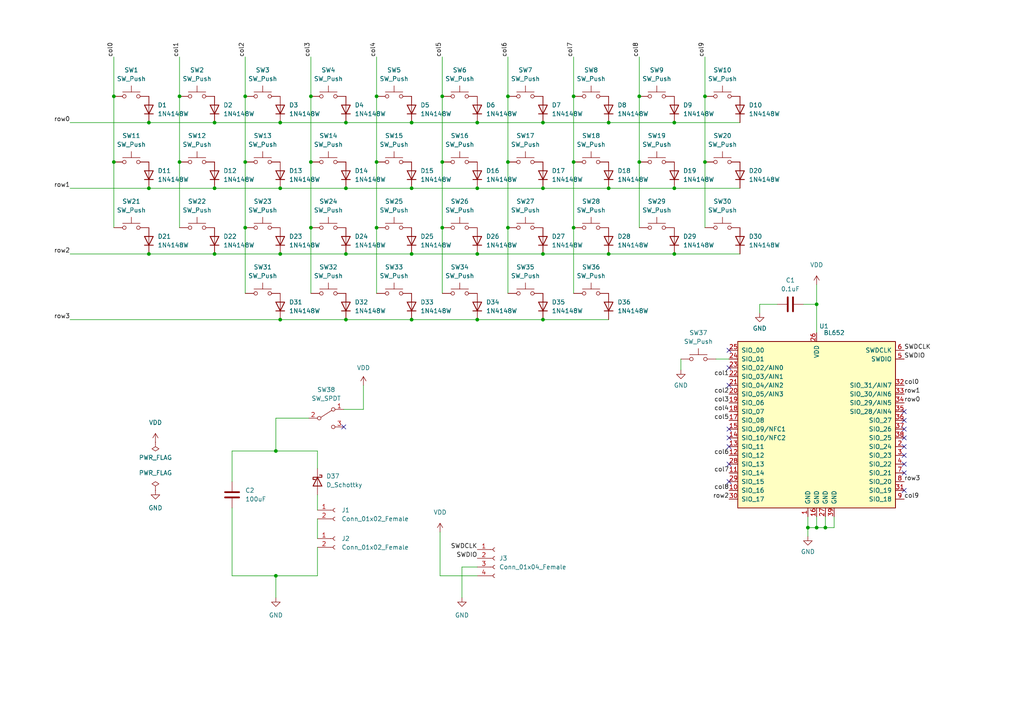
<source format=kicad_sch>
(kicad_sch (version 20211123) (generator eeschema)

  (uuid 49575217-40b0-4890-8acf-12982cca52b5)

  (paper "A4")

  (lib_symbols
    (symbol "Connector:Conn_01x02_Female" (pin_names (offset 1.016) hide) (in_bom yes) (on_board yes)
      (property "Reference" "J" (id 0) (at 0 2.54 0)
        (effects (font (size 1.27 1.27)))
      )
      (property "Value" "Conn_01x02_Female" (id 1) (at 0 -5.08 0)
        (effects (font (size 1.27 1.27)))
      )
      (property "Footprint" "" (id 2) (at 0 0 0)
        (effects (font (size 1.27 1.27)) hide)
      )
      (property "Datasheet" "~" (id 3) (at 0 0 0)
        (effects (font (size 1.27 1.27)) hide)
      )
      (property "ki_keywords" "connector" (id 4) (at 0 0 0)
        (effects (font (size 1.27 1.27)) hide)
      )
      (property "ki_description" "Generic connector, single row, 01x02, script generated (kicad-library-utils/schlib/autogen/connector/)" (id 5) (at 0 0 0)
        (effects (font (size 1.27 1.27)) hide)
      )
      (property "ki_fp_filters" "Connector*:*_1x??_*" (id 6) (at 0 0 0)
        (effects (font (size 1.27 1.27)) hide)
      )
      (symbol "Conn_01x02_Female_1_1"
        (arc (start 0 -2.032) (mid -0.508 -2.54) (end 0 -3.048)
          (stroke (width 0.1524) (type default) (color 0 0 0 0))
          (fill (type none))
        )
        (polyline
          (pts
            (xy -1.27 -2.54)
            (xy -0.508 -2.54)
          )
          (stroke (width 0.1524) (type default) (color 0 0 0 0))
          (fill (type none))
        )
        (polyline
          (pts
            (xy -1.27 0)
            (xy -0.508 0)
          )
          (stroke (width 0.1524) (type default) (color 0 0 0 0))
          (fill (type none))
        )
        (arc (start 0 0.508) (mid -0.508 0) (end 0 -0.508)
          (stroke (width 0.1524) (type default) (color 0 0 0 0))
          (fill (type none))
        )
        (pin passive line (at -5.08 0 0) (length 3.81)
          (name "Pin_1" (effects (font (size 1.27 1.27))))
          (number "1" (effects (font (size 1.27 1.27))))
        )
        (pin passive line (at -5.08 -2.54 0) (length 3.81)
          (name "Pin_2" (effects (font (size 1.27 1.27))))
          (number "2" (effects (font (size 1.27 1.27))))
        )
      )
    )
    (symbol "Connector:Conn_01x04_Female" (pin_names (offset 1.016) hide) (in_bom yes) (on_board yes)
      (property "Reference" "J" (id 0) (at 0 5.08 0)
        (effects (font (size 1.27 1.27)))
      )
      (property "Value" "Conn_01x04_Female" (id 1) (at 0 -7.62 0)
        (effects (font (size 1.27 1.27)))
      )
      (property "Footprint" "" (id 2) (at 0 0 0)
        (effects (font (size 1.27 1.27)) hide)
      )
      (property "Datasheet" "~" (id 3) (at 0 0 0)
        (effects (font (size 1.27 1.27)) hide)
      )
      (property "ki_keywords" "connector" (id 4) (at 0 0 0)
        (effects (font (size 1.27 1.27)) hide)
      )
      (property "ki_description" "Generic connector, single row, 01x04, script generated (kicad-library-utils/schlib/autogen/connector/)" (id 5) (at 0 0 0)
        (effects (font (size 1.27 1.27)) hide)
      )
      (property "ki_fp_filters" "Connector*:*_1x??_*" (id 6) (at 0 0 0)
        (effects (font (size 1.27 1.27)) hide)
      )
      (symbol "Conn_01x04_Female_1_1"
        (arc (start 0 -4.572) (mid -0.508 -5.08) (end 0 -5.588)
          (stroke (width 0.1524) (type default) (color 0 0 0 0))
          (fill (type none))
        )
        (arc (start 0 -2.032) (mid -0.508 -2.54) (end 0 -3.048)
          (stroke (width 0.1524) (type default) (color 0 0 0 0))
          (fill (type none))
        )
        (polyline
          (pts
            (xy -1.27 -5.08)
            (xy -0.508 -5.08)
          )
          (stroke (width 0.1524) (type default) (color 0 0 0 0))
          (fill (type none))
        )
        (polyline
          (pts
            (xy -1.27 -2.54)
            (xy -0.508 -2.54)
          )
          (stroke (width 0.1524) (type default) (color 0 0 0 0))
          (fill (type none))
        )
        (polyline
          (pts
            (xy -1.27 0)
            (xy -0.508 0)
          )
          (stroke (width 0.1524) (type default) (color 0 0 0 0))
          (fill (type none))
        )
        (polyline
          (pts
            (xy -1.27 2.54)
            (xy -0.508 2.54)
          )
          (stroke (width 0.1524) (type default) (color 0 0 0 0))
          (fill (type none))
        )
        (arc (start 0 0.508) (mid -0.508 0) (end 0 -0.508)
          (stroke (width 0.1524) (type default) (color 0 0 0 0))
          (fill (type none))
        )
        (arc (start 0 3.048) (mid -0.508 2.54) (end 0 2.032)
          (stroke (width 0.1524) (type default) (color 0 0 0 0))
          (fill (type none))
        )
        (pin passive line (at -5.08 2.54 0) (length 3.81)
          (name "Pin_1" (effects (font (size 1.27 1.27))))
          (number "1" (effects (font (size 1.27 1.27))))
        )
        (pin passive line (at -5.08 0 0) (length 3.81)
          (name "Pin_2" (effects (font (size 1.27 1.27))))
          (number "2" (effects (font (size 1.27 1.27))))
        )
        (pin passive line (at -5.08 -2.54 0) (length 3.81)
          (name "Pin_3" (effects (font (size 1.27 1.27))))
          (number "3" (effects (font (size 1.27 1.27))))
        )
        (pin passive line (at -5.08 -5.08 0) (length 3.81)
          (name "Pin_4" (effects (font (size 1.27 1.27))))
          (number "4" (effects (font (size 1.27 1.27))))
        )
      )
    )
    (symbol "Device:C" (pin_numbers hide) (pin_names (offset 0.254)) (in_bom yes) (on_board yes)
      (property "Reference" "C" (id 0) (at 0.635 2.54 0)
        (effects (font (size 1.27 1.27)) (justify left))
      )
      (property "Value" "C" (id 1) (at 0.635 -2.54 0)
        (effects (font (size 1.27 1.27)) (justify left))
      )
      (property "Footprint" "" (id 2) (at 0.9652 -3.81 0)
        (effects (font (size 1.27 1.27)) hide)
      )
      (property "Datasheet" "~" (id 3) (at 0 0 0)
        (effects (font (size 1.27 1.27)) hide)
      )
      (property "ki_keywords" "cap capacitor" (id 4) (at 0 0 0)
        (effects (font (size 1.27 1.27)) hide)
      )
      (property "ki_description" "Unpolarized capacitor" (id 5) (at 0 0 0)
        (effects (font (size 1.27 1.27)) hide)
      )
      (property "ki_fp_filters" "C_*" (id 6) (at 0 0 0)
        (effects (font (size 1.27 1.27)) hide)
      )
      (symbol "C_0_1"
        (polyline
          (pts
            (xy -2.032 -0.762)
            (xy 2.032 -0.762)
          )
          (stroke (width 0.508) (type default) (color 0 0 0 0))
          (fill (type none))
        )
        (polyline
          (pts
            (xy -2.032 0.762)
            (xy 2.032 0.762)
          )
          (stroke (width 0.508) (type default) (color 0 0 0 0))
          (fill (type none))
        )
      )
      (symbol "C_1_1"
        (pin passive line (at 0 3.81 270) (length 2.794)
          (name "~" (effects (font (size 1.27 1.27))))
          (number "1" (effects (font (size 1.27 1.27))))
        )
        (pin passive line (at 0 -3.81 90) (length 2.794)
          (name "~" (effects (font (size 1.27 1.27))))
          (number "2" (effects (font (size 1.27 1.27))))
        )
      )
    )
    (symbol "Device:D_Schottky" (pin_numbers hide) (pin_names (offset 1.016) hide) (in_bom yes) (on_board yes)
      (property "Reference" "D" (id 0) (at 0 2.54 0)
        (effects (font (size 1.27 1.27)))
      )
      (property "Value" "D_Schottky" (id 1) (at 0 -2.54 0)
        (effects (font (size 1.27 1.27)))
      )
      (property "Footprint" "" (id 2) (at 0 0 0)
        (effects (font (size 1.27 1.27)) hide)
      )
      (property "Datasheet" "~" (id 3) (at 0 0 0)
        (effects (font (size 1.27 1.27)) hide)
      )
      (property "ki_keywords" "diode Schottky" (id 4) (at 0 0 0)
        (effects (font (size 1.27 1.27)) hide)
      )
      (property "ki_description" "Schottky diode" (id 5) (at 0 0 0)
        (effects (font (size 1.27 1.27)) hide)
      )
      (property "ki_fp_filters" "TO-???* *_Diode_* *SingleDiode* D_*" (id 6) (at 0 0 0)
        (effects (font (size 1.27 1.27)) hide)
      )
      (symbol "D_Schottky_0_1"
        (polyline
          (pts
            (xy 1.27 0)
            (xy -1.27 0)
          )
          (stroke (width 0) (type default) (color 0 0 0 0))
          (fill (type none))
        )
        (polyline
          (pts
            (xy 1.27 1.27)
            (xy 1.27 -1.27)
            (xy -1.27 0)
            (xy 1.27 1.27)
          )
          (stroke (width 0.254) (type default) (color 0 0 0 0))
          (fill (type none))
        )
        (polyline
          (pts
            (xy -1.905 0.635)
            (xy -1.905 1.27)
            (xy -1.27 1.27)
            (xy -1.27 -1.27)
            (xy -0.635 -1.27)
            (xy -0.635 -0.635)
          )
          (stroke (width 0.254) (type default) (color 0 0 0 0))
          (fill (type none))
        )
      )
      (symbol "D_Schottky_1_1"
        (pin passive line (at -3.81 0 0) (length 2.54)
          (name "K" (effects (font (size 1.27 1.27))))
          (number "1" (effects (font (size 1.27 1.27))))
        )
        (pin passive line (at 3.81 0 180) (length 2.54)
          (name "A" (effects (font (size 1.27 1.27))))
          (number "2" (effects (font (size 1.27 1.27))))
        )
      )
    )
    (symbol "Diode:1N4148W" (pin_numbers hide) (pin_names (offset 1.016) hide) (in_bom yes) (on_board yes)
      (property "Reference" "D" (id 0) (at 0 2.54 0)
        (effects (font (size 1.27 1.27)))
      )
      (property "Value" "1N4148W" (id 1) (at 0 -2.54 0)
        (effects (font (size 1.27 1.27)))
      )
      (property "Footprint" "Diode_SMD:D_SOD-123" (id 2) (at 0 -4.445 0)
        (effects (font (size 1.27 1.27)) hide)
      )
      (property "Datasheet" "https://www.vishay.com/docs/85748/1n4148w.pdf" (id 3) (at 0 0 0)
        (effects (font (size 1.27 1.27)) hide)
      )
      (property "ki_keywords" "diode" (id 4) (at 0 0 0)
        (effects (font (size 1.27 1.27)) hide)
      )
      (property "ki_description" "75V 0.15A Fast Switching Diode, SOD-123" (id 5) (at 0 0 0)
        (effects (font (size 1.27 1.27)) hide)
      )
      (property "ki_fp_filters" "D*SOD?123*" (id 6) (at 0 0 0)
        (effects (font (size 1.27 1.27)) hide)
      )
      (symbol "1N4148W_0_1"
        (polyline
          (pts
            (xy -1.27 1.27)
            (xy -1.27 -1.27)
          )
          (stroke (width 0.254) (type default) (color 0 0 0 0))
          (fill (type none))
        )
        (polyline
          (pts
            (xy 1.27 0)
            (xy -1.27 0)
          )
          (stroke (width 0) (type default) (color 0 0 0 0))
          (fill (type none))
        )
        (polyline
          (pts
            (xy 1.27 1.27)
            (xy 1.27 -1.27)
            (xy -1.27 0)
            (xy 1.27 1.27)
          )
          (stroke (width 0.254) (type default) (color 0 0 0 0))
          (fill (type none))
        )
      )
      (symbol "1N4148W_1_1"
        (pin passive line (at -3.81 0 0) (length 2.54)
          (name "K" (effects (font (size 1.27 1.27))))
          (number "1" (effects (font (size 1.27 1.27))))
        )
        (pin passive line (at 3.81 0 180) (length 2.54)
          (name "A" (effects (font (size 1.27 1.27))))
          (number "2" (effects (font (size 1.27 1.27))))
        )
      )
    )
    (symbol "RF_Bluetooth:BL652" (pin_names (offset 1.016)) (in_bom yes) (on_board yes)
      (property "Reference" "U" (id 0) (at 0 1.27 0)
        (effects (font (size 1.27 1.27)))
      )
      (property "Value" "BL652" (id 1) (at 0 -1.27 0)
        (effects (font (size 1.27 1.27)))
      )
      (property "Footprint" "RF_Module:Laird_BL652" (id 2) (at 0 -30.48 0)
        (effects (font (size 1.27 1.27)) hide)
      )
      (property "Datasheet" "http://cdn.lairdtech.com/home/brandworld/files/Datasheet%20-%20BL652.pdf" (id 3) (at 0 -33.02 0)
        (effects (font (size 1.27 1.27)) hide)
      )
      (property "ki_keywords" "Bluetooth Nordic nRF52" (id 4) (at 0 0 0)
        (effects (font (size 1.27 1.27)) hide)
      )
      (property "ki_description" "Bluetooth module" (id 5) (at 0 0 0)
        (effects (font (size 1.27 1.27)) hide)
      )
      (property "ki_fp_filters" "Laird*BL652*" (id 6) (at 0 0 0)
        (effects (font (size 1.27 1.27)) hide)
      )
      (symbol "BL652_0_1"
        (rectangle (start 22.86 25.4) (end -22.86 -22.86)
          (stroke (width 0.254) (type default) (color 0 0 0 0))
          (fill (type background))
        )
      )
      (symbol "BL652_1_1"
        (pin power_in line (at -2.54 -25.4 90) (length 2.54)
          (name "GND" (effects (font (size 1.27 1.27))))
          (number "1" (effects (font (size 1.27 1.27))))
        )
        (pin bidirectional line (at -25.4 -17.78 0) (length 2.54)
          (name "SIO_16" (effects (font (size 1.27 1.27))))
          (number "10" (effects (font (size 1.27 1.27))))
        )
        (pin bidirectional line (at -25.4 -12.7 0) (length 2.54)
          (name "SIO_14" (effects (font (size 1.27 1.27))))
          (number "11" (effects (font (size 1.27 1.27))))
        )
        (pin bidirectional line (at -25.4 -7.62 0) (length 2.54)
          (name "SIO_12" (effects (font (size 1.27 1.27))))
          (number "12" (effects (font (size 1.27 1.27))))
        )
        (pin bidirectional line (at -25.4 -5.08 0) (length 2.54)
          (name "SIO_11" (effects (font (size 1.27 1.27))))
          (number "13" (effects (font (size 1.27 1.27))))
        )
        (pin bidirectional line (at -25.4 -2.54 0) (length 2.54)
          (name "SIO_10/NFC2" (effects (font (size 1.27 1.27))))
          (number "14" (effects (font (size 1.27 1.27))))
        )
        (pin bidirectional line (at -25.4 0 0) (length 2.54)
          (name "SIO_09/NFC1" (effects (font (size 1.27 1.27))))
          (number "15" (effects (font (size 1.27 1.27))))
        )
        (pin power_in line (at 0 -25.4 90) (length 2.54)
          (name "GND" (effects (font (size 1.27 1.27))))
          (number "16" (effects (font (size 1.27 1.27))))
        )
        (pin bidirectional line (at -25.4 2.54 0) (length 2.54)
          (name "SIO_08" (effects (font (size 1.27 1.27))))
          (number "17" (effects (font (size 1.27 1.27))))
        )
        (pin bidirectional line (at -25.4 5.08 0) (length 2.54)
          (name "SIO_07" (effects (font (size 1.27 1.27))))
          (number "18" (effects (font (size 1.27 1.27))))
        )
        (pin bidirectional line (at -25.4 7.62 0) (length 2.54)
          (name "SIO_06" (effects (font (size 1.27 1.27))))
          (number "19" (effects (font (size 1.27 1.27))))
        )
        (pin bidirectional line (at 25.4 -5.08 180) (length 2.54)
          (name "SIO_24" (effects (font (size 1.27 1.27))))
          (number "2" (effects (font (size 1.27 1.27))))
        )
        (pin bidirectional line (at -25.4 10.16 0) (length 2.54)
          (name "SIO_05/AIN3" (effects (font (size 1.27 1.27))))
          (number "20" (effects (font (size 1.27 1.27))))
        )
        (pin bidirectional line (at -25.4 12.7 0) (length 2.54)
          (name "SIO_04/AIN2" (effects (font (size 1.27 1.27))))
          (number "21" (effects (font (size 1.27 1.27))))
        )
        (pin bidirectional line (at -25.4 15.24 0) (length 2.54)
          (name "SIO_03/AIN1" (effects (font (size 1.27 1.27))))
          (number "22" (effects (font (size 1.27 1.27))))
        )
        (pin bidirectional line (at -25.4 17.78 0) (length 2.54)
          (name "SIO_02/AIN0" (effects (font (size 1.27 1.27))))
          (number "23" (effects (font (size 1.27 1.27))))
        )
        (pin bidirectional line (at -25.4 20.32 0) (length 2.54)
          (name "SIO_01" (effects (font (size 1.27 1.27))))
          (number "24" (effects (font (size 1.27 1.27))))
        )
        (pin bidirectional line (at -25.4 22.86 0) (length 2.54)
          (name "SIO_00" (effects (font (size 1.27 1.27))))
          (number "25" (effects (font (size 1.27 1.27))))
        )
        (pin power_in line (at 0 27.94 270) (length 2.54)
          (name "VDD" (effects (font (size 1.27 1.27))))
          (number "26" (effects (font (size 1.27 1.27))))
        )
        (pin power_in line (at 2.54 -25.4 90) (length 2.54)
          (name "GND" (effects (font (size 1.27 1.27))))
          (number "27" (effects (font (size 1.27 1.27))))
        )
        (pin bidirectional line (at -25.4 -10.16 0) (length 2.54)
          (name "SIO_13" (effects (font (size 1.27 1.27))))
          (number "28" (effects (font (size 1.27 1.27))))
        )
        (pin bidirectional line (at -25.4 -15.24 0) (length 2.54)
          (name "SIO_15" (effects (font (size 1.27 1.27))))
          (number "29" (effects (font (size 1.27 1.27))))
        )
        (pin bidirectional line (at 25.4 -7.62 180) (length 2.54)
          (name "SIO_23" (effects (font (size 1.27 1.27))))
          (number "3" (effects (font (size 1.27 1.27))))
        )
        (pin bidirectional line (at -25.4 -20.32 0) (length 2.54)
          (name "SIO_17" (effects (font (size 1.27 1.27))))
          (number "30" (effects (font (size 1.27 1.27))))
        )
        (pin bidirectional line (at 25.4 -17.78 180) (length 2.54)
          (name "SIO_19" (effects (font (size 1.27 1.27))))
          (number "31" (effects (font (size 1.27 1.27))))
        )
        (pin bidirectional line (at 25.4 12.7 180) (length 2.54)
          (name "SIO_31/AIN7" (effects (font (size 1.27 1.27))))
          (number "32" (effects (font (size 1.27 1.27))))
        )
        (pin bidirectional line (at 25.4 10.16 180) (length 2.54)
          (name "SIO_30/AIN6" (effects (font (size 1.27 1.27))))
          (number "33" (effects (font (size 1.27 1.27))))
        )
        (pin bidirectional line (at 25.4 7.62 180) (length 2.54)
          (name "SIO_29/AIN5" (effects (font (size 1.27 1.27))))
          (number "34" (effects (font (size 1.27 1.27))))
        )
        (pin bidirectional line (at 25.4 5.08 180) (length 2.54)
          (name "SIO_28/AIN4" (effects (font (size 1.27 1.27))))
          (number "35" (effects (font (size 1.27 1.27))))
        )
        (pin bidirectional line (at 25.4 2.54 180) (length 2.54)
          (name "SIO_27" (effects (font (size 1.27 1.27))))
          (number "36" (effects (font (size 1.27 1.27))))
        )
        (pin bidirectional line (at 25.4 0 180) (length 2.54)
          (name "SIO_26" (effects (font (size 1.27 1.27))))
          (number "37" (effects (font (size 1.27 1.27))))
        )
        (pin bidirectional line (at 25.4 -2.54 180) (length 2.54)
          (name "SIO_25" (effects (font (size 1.27 1.27))))
          (number "38" (effects (font (size 1.27 1.27))))
        )
        (pin power_in line (at 5.08 -25.4 90) (length 2.54)
          (name "GND" (effects (font (size 1.27 1.27))))
          (number "39" (effects (font (size 1.27 1.27))))
        )
        (pin bidirectional line (at 25.4 -10.16 180) (length 2.54)
          (name "SIO_22" (effects (font (size 1.27 1.27))))
          (number "4" (effects (font (size 1.27 1.27))))
        )
        (pin bidirectional line (at 25.4 20.32 180) (length 2.54)
          (name "SWDIO" (effects (font (size 1.27 1.27))))
          (number "5" (effects (font (size 1.27 1.27))))
        )
        (pin bidirectional line (at 25.4 22.86 180) (length 2.54)
          (name "SWDCLK" (effects (font (size 1.27 1.27))))
          (number "6" (effects (font (size 1.27 1.27))))
        )
        (pin bidirectional line (at 25.4 -12.7 180) (length 2.54)
          (name "SIO_21" (effects (font (size 1.27 1.27))))
          (number "7" (effects (font (size 1.27 1.27))))
        )
        (pin bidirectional line (at 25.4 -15.24 180) (length 2.54)
          (name "SIO_20" (effects (font (size 1.27 1.27))))
          (number "8" (effects (font (size 1.27 1.27))))
        )
        (pin bidirectional line (at 25.4 -20.32 180) (length 2.54)
          (name "SIO_18" (effects (font (size 1.27 1.27))))
          (number "9" (effects (font (size 1.27 1.27))))
        )
      )
    )
    (symbol "Switch:SW_Push" (pin_numbers hide) (pin_names (offset 1.016) hide) (in_bom yes) (on_board yes)
      (property "Reference" "SW" (id 0) (at 1.27 2.54 0)
        (effects (font (size 1.27 1.27)) (justify left))
      )
      (property "Value" "SW_Push" (id 1) (at 0 -1.524 0)
        (effects (font (size 1.27 1.27)))
      )
      (property "Footprint" "" (id 2) (at 0 5.08 0)
        (effects (font (size 1.27 1.27)) hide)
      )
      (property "Datasheet" "~" (id 3) (at 0 5.08 0)
        (effects (font (size 1.27 1.27)) hide)
      )
      (property "ki_keywords" "switch normally-open pushbutton push-button" (id 4) (at 0 0 0)
        (effects (font (size 1.27 1.27)) hide)
      )
      (property "ki_description" "Push button switch, generic, two pins" (id 5) (at 0 0 0)
        (effects (font (size 1.27 1.27)) hide)
      )
      (symbol "SW_Push_0_1"
        (circle (center -2.032 0) (radius 0.508)
          (stroke (width 0) (type default) (color 0 0 0 0))
          (fill (type none))
        )
        (polyline
          (pts
            (xy 0 1.27)
            (xy 0 3.048)
          )
          (stroke (width 0) (type default) (color 0 0 0 0))
          (fill (type none))
        )
        (polyline
          (pts
            (xy 2.54 1.27)
            (xy -2.54 1.27)
          )
          (stroke (width 0) (type default) (color 0 0 0 0))
          (fill (type none))
        )
        (circle (center 2.032 0) (radius 0.508)
          (stroke (width 0) (type default) (color 0 0 0 0))
          (fill (type none))
        )
        (pin passive line (at -5.08 0 0) (length 2.54)
          (name "1" (effects (font (size 1.27 1.27))))
          (number "1" (effects (font (size 1.27 1.27))))
        )
        (pin passive line (at 5.08 0 180) (length 2.54)
          (name "2" (effects (font (size 1.27 1.27))))
          (number "2" (effects (font (size 1.27 1.27))))
        )
      )
    )
    (symbol "Switch:SW_SPDT" (pin_names (offset 0) hide) (in_bom yes) (on_board yes)
      (property "Reference" "SW" (id 0) (at 0 4.318 0)
        (effects (font (size 1.27 1.27)))
      )
      (property "Value" "SW_SPDT" (id 1) (at 0 -5.08 0)
        (effects (font (size 1.27 1.27)))
      )
      (property "Footprint" "" (id 2) (at 0 0 0)
        (effects (font (size 1.27 1.27)) hide)
      )
      (property "Datasheet" "~" (id 3) (at 0 0 0)
        (effects (font (size 1.27 1.27)) hide)
      )
      (property "ki_keywords" "switch single-pole double-throw spdt ON-ON" (id 4) (at 0 0 0)
        (effects (font (size 1.27 1.27)) hide)
      )
      (property "ki_description" "Switch, single pole double throw" (id 5) (at 0 0 0)
        (effects (font (size 1.27 1.27)) hide)
      )
      (symbol "SW_SPDT_0_0"
        (circle (center -2.032 0) (radius 0.508)
          (stroke (width 0) (type default) (color 0 0 0 0))
          (fill (type none))
        )
        (circle (center 2.032 -2.54) (radius 0.508)
          (stroke (width 0) (type default) (color 0 0 0 0))
          (fill (type none))
        )
      )
      (symbol "SW_SPDT_0_1"
        (polyline
          (pts
            (xy -1.524 0.254)
            (xy 1.651 2.286)
          )
          (stroke (width 0) (type default) (color 0 0 0 0))
          (fill (type none))
        )
        (circle (center 2.032 2.54) (radius 0.508)
          (stroke (width 0) (type default) (color 0 0 0 0))
          (fill (type none))
        )
      )
      (symbol "SW_SPDT_1_1"
        (pin passive line (at 5.08 2.54 180) (length 2.54)
          (name "A" (effects (font (size 1.27 1.27))))
          (number "1" (effects (font (size 1.27 1.27))))
        )
        (pin passive line (at -5.08 0 0) (length 2.54)
          (name "B" (effects (font (size 1.27 1.27))))
          (number "2" (effects (font (size 1.27 1.27))))
        )
        (pin passive line (at 5.08 -2.54 180) (length 2.54)
          (name "C" (effects (font (size 1.27 1.27))))
          (number "3" (effects (font (size 1.27 1.27))))
        )
      )
    )
    (symbol "power:GND" (power) (pin_names (offset 0)) (in_bom yes) (on_board yes)
      (property "Reference" "#PWR" (id 0) (at 0 -6.35 0)
        (effects (font (size 1.27 1.27)) hide)
      )
      (property "Value" "GND" (id 1) (at 0 -3.81 0)
        (effects (font (size 1.27 1.27)))
      )
      (property "Footprint" "" (id 2) (at 0 0 0)
        (effects (font (size 1.27 1.27)) hide)
      )
      (property "Datasheet" "" (id 3) (at 0 0 0)
        (effects (font (size 1.27 1.27)) hide)
      )
      (property "ki_keywords" "power-flag" (id 4) (at 0 0 0)
        (effects (font (size 1.27 1.27)) hide)
      )
      (property "ki_description" "Power symbol creates a global label with name \"GND\" , ground" (id 5) (at 0 0 0)
        (effects (font (size 1.27 1.27)) hide)
      )
      (symbol "GND_0_1"
        (polyline
          (pts
            (xy 0 0)
            (xy 0 -1.27)
            (xy 1.27 -1.27)
            (xy 0 -2.54)
            (xy -1.27 -1.27)
            (xy 0 -1.27)
          )
          (stroke (width 0) (type default) (color 0 0 0 0))
          (fill (type none))
        )
      )
      (symbol "GND_1_1"
        (pin power_in line (at 0 0 270) (length 0) hide
          (name "GND" (effects (font (size 1.27 1.27))))
          (number "1" (effects (font (size 1.27 1.27))))
        )
      )
    )
    (symbol "power:PWR_FLAG" (power) (pin_numbers hide) (pin_names (offset 0) hide) (in_bom yes) (on_board yes)
      (property "Reference" "#FLG" (id 0) (at 0 1.905 0)
        (effects (font (size 1.27 1.27)) hide)
      )
      (property "Value" "PWR_FLAG" (id 1) (at 0 3.81 0)
        (effects (font (size 1.27 1.27)))
      )
      (property "Footprint" "" (id 2) (at 0 0 0)
        (effects (font (size 1.27 1.27)) hide)
      )
      (property "Datasheet" "~" (id 3) (at 0 0 0)
        (effects (font (size 1.27 1.27)) hide)
      )
      (property "ki_keywords" "power-flag" (id 4) (at 0 0 0)
        (effects (font (size 1.27 1.27)) hide)
      )
      (property "ki_description" "Special symbol for telling ERC where power comes from" (id 5) (at 0 0 0)
        (effects (font (size 1.27 1.27)) hide)
      )
      (symbol "PWR_FLAG_0_0"
        (pin power_out line (at 0 0 90) (length 0)
          (name "pwr" (effects (font (size 1.27 1.27))))
          (number "1" (effects (font (size 1.27 1.27))))
        )
      )
      (symbol "PWR_FLAG_0_1"
        (polyline
          (pts
            (xy 0 0)
            (xy 0 1.27)
            (xy -1.016 1.905)
            (xy 0 2.54)
            (xy 1.016 1.905)
            (xy 0 1.27)
          )
          (stroke (width 0) (type default) (color 0 0 0 0))
          (fill (type none))
        )
      )
    )
    (symbol "power:VDD" (power) (pin_names (offset 0)) (in_bom yes) (on_board yes)
      (property "Reference" "#PWR" (id 0) (at 0 -3.81 0)
        (effects (font (size 1.27 1.27)) hide)
      )
      (property "Value" "VDD" (id 1) (at 0 3.81 0)
        (effects (font (size 1.27 1.27)))
      )
      (property "Footprint" "" (id 2) (at 0 0 0)
        (effects (font (size 1.27 1.27)) hide)
      )
      (property "Datasheet" "" (id 3) (at 0 0 0)
        (effects (font (size 1.27 1.27)) hide)
      )
      (property "ki_keywords" "power-flag" (id 4) (at 0 0 0)
        (effects (font (size 1.27 1.27)) hide)
      )
      (property "ki_description" "Power symbol creates a global label with name \"VDD\"" (id 5) (at 0 0 0)
        (effects (font (size 1.27 1.27)) hide)
      )
      (symbol "VDD_0_1"
        (polyline
          (pts
            (xy -0.762 1.27)
            (xy 0 2.54)
          )
          (stroke (width 0) (type default) (color 0 0 0 0))
          (fill (type none))
        )
        (polyline
          (pts
            (xy 0 0)
            (xy 0 2.54)
          )
          (stroke (width 0) (type default) (color 0 0 0 0))
          (fill (type none))
        )
        (polyline
          (pts
            (xy 0 2.54)
            (xy 0.762 1.27)
          )
          (stroke (width 0) (type default) (color 0 0 0 0))
          (fill (type none))
        )
      )
      (symbol "VDD_1_1"
        (pin power_in line (at 0 0 90) (length 0) hide
          (name "VDD" (effects (font (size 1.27 1.27))))
          (number "1" (effects (font (size 1.27 1.27))))
        )
      )
    )
  )

  (junction (at 43.18 35.56) (diameter 0) (color 0 0 0 0)
    (uuid 0055e3c9-4023-47cb-93cf-caa12c41ed6c)
  )
  (junction (at 90.17 66.04) (diameter 0) (color 0 0 0 0)
    (uuid 084ac608-1d5d-4952-a96e-3e656e4b4add)
  )
  (junction (at 119.38 54.61) (diameter 0) (color 0 0 0 0)
    (uuid 0a16686e-ab4e-4917-84bd-da5f1312d7d5)
  )
  (junction (at 52.07 27.94) (diameter 0) (color 0 0 0 0)
    (uuid 102089b8-5c90-4fef-a796-33f6b4531c9f)
  )
  (junction (at 71.12 27.94) (diameter 0) (color 0 0 0 0)
    (uuid 183c0963-63f6-4f95-98cd-eba4da2cb7e4)
  )
  (junction (at 90.17 27.94) (diameter 0) (color 0 0 0 0)
    (uuid 20ea67bb-0c28-4440-813a-462283cfe4d5)
  )
  (junction (at 204.47 46.99) (diameter 0) (color 0 0 0 0)
    (uuid 28ffa968-dc6b-4305-8069-109462ff92bc)
  )
  (junction (at 176.53 35.56) (diameter 0) (color 0 0 0 0)
    (uuid 2c101021-cdab-4582-8bc8-a5ea7904baf8)
  )
  (junction (at 81.28 54.61) (diameter 0) (color 0 0 0 0)
    (uuid 2de3212e-f762-4b77-a967-69b9231eedd0)
  )
  (junction (at 33.02 46.99) (diameter 0) (color 0 0 0 0)
    (uuid 304268fd-f4d1-4fd4-bb85-74e7ed67c3f4)
  )
  (junction (at 157.48 35.56) (diameter 0) (color 0 0 0 0)
    (uuid 334a767f-a313-40dc-b658-f35badcd7b94)
  )
  (junction (at 43.18 73.66) (diameter 0) (color 0 0 0 0)
    (uuid 33ac5b33-5c85-4949-8e65-ed8f2b92eed5)
  )
  (junction (at 62.23 35.56) (diameter 0) (color 0 0 0 0)
    (uuid 3c2dff07-29cf-4456-8803-6848628335dc)
  )
  (junction (at 195.58 35.56) (diameter 0) (color 0 0 0 0)
    (uuid 41cede25-1791-4c7c-8fe2-b2c40997624c)
  )
  (junction (at 157.48 73.66) (diameter 0) (color 0 0 0 0)
    (uuid 43c862b1-014c-4b20-8628-4893e656c89a)
  )
  (junction (at 119.38 35.56) (diameter 0) (color 0 0 0 0)
    (uuid 465a6ae7-54ba-49b6-b696-ac93597e3519)
  )
  (junction (at 90.17 46.99) (diameter 0) (color 0 0 0 0)
    (uuid 48f4f6b9-7cad-4f1c-8850-72d17e38899a)
  )
  (junction (at 138.43 54.61) (diameter 0) (color 0 0 0 0)
    (uuid 4f6d8583-5286-4946-9948-2b724c3e77d5)
  )
  (junction (at 33.02 27.94) (diameter 0) (color 0 0 0 0)
    (uuid 5314dd95-96d0-4fc8-a080-5080efd7e72f)
  )
  (junction (at 166.37 66.04) (diameter 0) (color 0 0 0 0)
    (uuid 579a427c-993e-4bda-85aa-3ec05ce036a8)
  )
  (junction (at 62.23 73.66) (diameter 0) (color 0 0 0 0)
    (uuid 5dcb91e2-55e5-4852-8fe3-3236931b9093)
  )
  (junction (at 185.42 46.99) (diameter 0) (color 0 0 0 0)
    (uuid 60bbb54b-a337-4bae-b55e-6f8a021e3c8a)
  )
  (junction (at 109.22 27.94) (diameter 0) (color 0 0 0 0)
    (uuid 613aea7d-3bbd-44cc-b4ed-a8d6a73495be)
  )
  (junction (at 100.33 35.56) (diameter 0) (color 0 0 0 0)
    (uuid 6470fef9-361c-495e-b0f6-c01bb52ee3d6)
  )
  (junction (at 239.395 153.035) (diameter 0) (color 0 0 0 0)
    (uuid 6b6752ee-92b6-470c-9092-b9d06781eac5)
  )
  (junction (at 185.42 27.94) (diameter 0) (color 0 0 0 0)
    (uuid 6e263e92-9984-45eb-ae9a-eb6287cd1116)
  )
  (junction (at 234.315 153.035) (diameter 0) (color 0 0 0 0)
    (uuid 6efd3f90-2a59-4e1c-a172-0240b618d50b)
  )
  (junction (at 128.27 66.04) (diameter 0) (color 0 0 0 0)
    (uuid 70587b4f-f0ca-4c43-a2ac-9e44582eb5bc)
  )
  (junction (at 71.12 46.99) (diameter 0) (color 0 0 0 0)
    (uuid 7087dde0-3dcd-48c8-867f-d128c6e0c4cc)
  )
  (junction (at 80.01 130.81) (diameter 0) (color 0 0 0 0)
    (uuid 70ef9163-1c14-471f-9a28-86ad049f2795)
  )
  (junction (at 138.43 35.56) (diameter 0) (color 0 0 0 0)
    (uuid 7114835b-f9cf-4884-8d58-e0c0f2faa501)
  )
  (junction (at 176.53 73.66) (diameter 0) (color 0 0 0 0)
    (uuid 74ac190a-401e-4a8b-92ad-d778cf4d2d22)
  )
  (junction (at 147.32 66.04) (diameter 0) (color 0 0 0 0)
    (uuid 780753b2-7c62-4c7f-9ca7-2297f81197d1)
  )
  (junction (at 52.07 46.99) (diameter 0) (color 0 0 0 0)
    (uuid 78c03cc8-6ed4-4860-be43-a186af7d67dc)
  )
  (junction (at 138.43 73.66) (diameter 0) (color 0 0 0 0)
    (uuid 7a8d6ef2-7bab-48cb-8dbd-3995a6032981)
  )
  (junction (at 80.01 167.005) (diameter 0) (color 0 0 0 0)
    (uuid 80f2a9e8-97d2-44f9-8622-3711f76b835f)
  )
  (junction (at 236.855 88.265) (diameter 0) (color 0 0 0 0)
    (uuid 81a21947-2f69-46ea-a8af-3563960142ba)
  )
  (junction (at 147.32 27.94) (diameter 0) (color 0 0 0 0)
    (uuid 87d2a980-451d-4ece-bcbf-b054ae50b0b2)
  )
  (junction (at 138.43 92.71) (diameter 0) (color 0 0 0 0)
    (uuid 90c6522a-abe3-45e6-89c3-8a78a723d193)
  )
  (junction (at 195.58 73.66) (diameter 0) (color 0 0 0 0)
    (uuid 91e428d1-b3a2-40f2-a5b9-814384458516)
  )
  (junction (at 43.18 54.61) (diameter 0) (color 0 0 0 0)
    (uuid 922065ea-45b5-4b66-b881-d8c352c8f0e5)
  )
  (junction (at 119.38 73.66) (diameter 0) (color 0 0 0 0)
    (uuid 929d27a2-2a5f-4d59-96d2-d69b18dccd46)
  )
  (junction (at 109.22 66.04) (diameter 0) (color 0 0 0 0)
    (uuid 92ab83c8-0954-432b-b387-706a4214d443)
  )
  (junction (at 128.27 27.94) (diameter 0) (color 0 0 0 0)
    (uuid 98fa2a52-f021-4b81-a8bb-3eeef80d33c5)
  )
  (junction (at 81.28 35.56) (diameter 0) (color 0 0 0 0)
    (uuid a10335aa-e03d-4429-bbd8-2e51c529fcbc)
  )
  (junction (at 195.58 54.61) (diameter 0) (color 0 0 0 0)
    (uuid a1a38b4f-a905-4058-b6fc-1a5ea4cda4bd)
  )
  (junction (at 71.12 66.04) (diameter 0) (color 0 0 0 0)
    (uuid a20ce746-084c-4c9d-b1ec-2777222fdf20)
  )
  (junction (at 166.37 27.94) (diameter 0) (color 0 0 0 0)
    (uuid a22b1c50-e040-4a44-be7b-01d71c40e503)
  )
  (junction (at 157.48 92.71) (diameter 0) (color 0 0 0 0)
    (uuid a2bb63f7-de13-44f3-b55e-5313826a1800)
  )
  (junction (at 119.38 92.71) (diameter 0) (color 0 0 0 0)
    (uuid add2fd77-98fe-441d-bee1-5e97f6d9a863)
  )
  (junction (at 204.47 27.94) (diameter 0) (color 0 0 0 0)
    (uuid b075784c-22b4-4d72-924c-fb7fa4ac9ce3)
  )
  (junction (at 176.53 54.61) (diameter 0) (color 0 0 0 0)
    (uuid b68a3399-68fb-4645-8b9f-8d77d70e52da)
  )
  (junction (at 81.28 92.71) (diameter 0) (color 0 0 0 0)
    (uuid b876d00a-5d4a-49bc-a08b-ded3096e32fd)
  )
  (junction (at 100.33 92.71) (diameter 0) (color 0 0 0 0)
    (uuid be54ac44-419f-4031-9746-edaef40b9582)
  )
  (junction (at 62.23 54.61) (diameter 0) (color 0 0 0 0)
    (uuid bf78a7da-f0e0-4db7-ad9b-c6ea01fb8f3b)
  )
  (junction (at 109.22 46.99) (diameter 0) (color 0 0 0 0)
    (uuid d8fc2108-4bf1-47a8-b2ee-c82d964f76e3)
  )
  (junction (at 157.48 54.61) (diameter 0) (color 0 0 0 0)
    (uuid db1e3421-c98c-4c03-a035-988ce901df81)
  )
  (junction (at 147.32 46.99) (diameter 0) (color 0 0 0 0)
    (uuid de8c15a2-f390-444e-b33c-31b3a28afa4a)
  )
  (junction (at 236.855 153.035) (diameter 0) (color 0 0 0 0)
    (uuid e7d2cc20-284c-4a5e-8ce5-c6c0f2c0ebeb)
  )
  (junction (at 100.33 54.61) (diameter 0) (color 0 0 0 0)
    (uuid e956df45-8e24-49b1-ba3b-978498113b3b)
  )
  (junction (at 81.28 73.66) (diameter 0) (color 0 0 0 0)
    (uuid f0c1cda8-6360-4bfa-820a-462acfba142d)
  )
  (junction (at 128.27 46.99) (diameter 0) (color 0 0 0 0)
    (uuid f52a4c2f-a0a2-45d2-a6fa-06e7108ce8ca)
  )
  (junction (at 100.33 73.66) (diameter 0) (color 0 0 0 0)
    (uuid fd9aec7d-cc8a-4a09-bf78-2b987625188b)
  )
  (junction (at 166.37 46.99) (diameter 0) (color 0 0 0 0)
    (uuid fda8f897-3336-48d7-ab36-1586e685ec1d)
  )

  (no_connect (at 262.255 142.24) (uuid 1a3c63bb-e497-449f-a243-627dd9d4096f))
  (no_connect (at 262.255 134.62) (uuid 1a3c63bb-e497-449f-a243-627dd9d40971))
  (no_connect (at 262.255 132.08) (uuid 1a3c63bb-e497-449f-a243-627dd9d40972))
  (no_connect (at 262.255 129.54) (uuid 1a3c63bb-e497-449f-a243-627dd9d40973))
  (no_connect (at 262.255 127) (uuid 1a3c63bb-e497-449f-a243-627dd9d40974))
  (no_connect (at 262.255 124.46) (uuid 1a3c63bb-e497-449f-a243-627dd9d40975))
  (no_connect (at 262.255 121.92) (uuid 1a3c63bb-e497-449f-a243-627dd9d40976))
  (no_connect (at 262.255 119.38) (uuid 1a3c63bb-e497-449f-a243-627dd9d40977))
  (no_connect (at 211.455 111.76) (uuid 1a3c63bb-e497-449f-a243-627dd9d40979))
  (no_connect (at 211.455 127) (uuid 1a3c63bb-e497-449f-a243-627dd9d4097b))
  (no_connect (at 211.455 106.68) (uuid 1a3c63bb-e497-449f-a243-627dd9d4097e))
  (no_connect (at 211.455 101.6) (uuid 2672b904-7bd0-4ef8-901d-5b223daff6b1))
  (no_connect (at 211.455 124.46) (uuid 27fb32ec-fd6f-4c9f-9b67-4ef789a458a6))
  (no_connect (at 99.695 123.825) (uuid 368ddf02-622c-4a42-b001-ad4890a222cf))
  (no_connect (at 262.255 137.16) (uuid 80e888c3-3373-4a79-a21b-5ef3ee514083))
  (no_connect (at 211.455 139.7) (uuid bfb27c4a-dcbe-465a-88aa-6ee4640b984c))
  (no_connect (at 211.455 134.62) (uuid fd857f76-52dc-4d8d-8d6e-b06dcdf03990))
  (no_connect (at 211.455 129.54) (uuid fdc9d180-7bc8-4cbd-b7a3-8b06fbfc82b6))

  (wire (pts (xy 92.075 130.81) (xy 80.01 130.81))
    (stroke (width 0) (type default) (color 0 0 0 0))
    (uuid 03d4da36-3df2-4dcb-826c-78d1c988b1da)
  )
  (wire (pts (xy 52.07 27.94) (xy 52.07 46.99))
    (stroke (width 0) (type default) (color 0 0 0 0))
    (uuid 057bbb7a-feb6-4ded-85fc-d833b68cf17e)
  )
  (wire (pts (xy 92.075 135.89) (xy 92.075 130.81))
    (stroke (width 0) (type default) (color 0 0 0 0))
    (uuid 0a5e2d14-7054-4d75-9fa8-c62919ee693e)
  )
  (wire (pts (xy 138.43 167.005) (xy 127.635 167.005))
    (stroke (width 0) (type default) (color 0 0 0 0))
    (uuid 11aa1dbf-403d-45a8-b13b-53861ccefc88)
  )
  (wire (pts (xy 90.17 16.51) (xy 90.17 27.94))
    (stroke (width 0) (type default) (color 0 0 0 0))
    (uuid 11edfac6-0740-43d6-b07f-b7aaa523fd1d)
  )
  (wire (pts (xy 119.38 73.66) (xy 138.43 73.66))
    (stroke (width 0) (type default) (color 0 0 0 0))
    (uuid 11ee4015-ac62-46b4-a386-dfc08de50bad)
  )
  (wire (pts (xy 195.58 73.66) (xy 214.63 73.66))
    (stroke (width 0) (type default) (color 0 0 0 0))
    (uuid 16327f50-1c8c-4ee5-ab47-07d3d17c9328)
  )
  (wire (pts (xy 239.395 149.86) (xy 239.395 153.035))
    (stroke (width 0) (type default) (color 0 0 0 0))
    (uuid 184e3783-723a-41fd-967b-3bd2c539412b)
  )
  (wire (pts (xy 100.33 92.71) (xy 119.38 92.71))
    (stroke (width 0) (type default) (color 0 0 0 0))
    (uuid 1ce556f2-6094-49b6-8c06-79929bfc1cef)
  )
  (wire (pts (xy 138.43 164.465) (xy 133.985 164.465))
    (stroke (width 0) (type default) (color 0 0 0 0))
    (uuid 1d929538-91e8-4088-bf13-638c75187a04)
  )
  (wire (pts (xy 207.645 104.14) (xy 211.455 104.14))
    (stroke (width 0) (type default) (color 0 0 0 0))
    (uuid 1db867af-0f8d-4b95-b9f6-c66c7d01f8b5)
  )
  (wire (pts (xy 67.31 147.32) (xy 67.31 167.005))
    (stroke (width 0) (type default) (color 0 0 0 0))
    (uuid 1ea93c0f-00ac-42ed-b752-8be1369f7c88)
  )
  (wire (pts (xy 52.07 16.51) (xy 52.07 27.94))
    (stroke (width 0) (type default) (color 0 0 0 0))
    (uuid 1ec4d555-cf6a-4e9b-ad93-5ed0d6c9570a)
  )
  (wire (pts (xy 109.22 27.94) (xy 109.22 46.99))
    (stroke (width 0) (type default) (color 0 0 0 0))
    (uuid 2269ca4e-71a8-41ce-8086-1d1e8cc723a1)
  )
  (wire (pts (xy 195.58 35.56) (xy 214.63 35.56))
    (stroke (width 0) (type default) (color 0 0 0 0))
    (uuid 24b1312e-aeff-4010-9f10-7e28dae9388c)
  )
  (wire (pts (xy 105.41 111.76) (xy 105.41 118.745))
    (stroke (width 0) (type default) (color 0 0 0 0))
    (uuid 2cd9cb2f-44f7-47fc-97fc-549058acbc65)
  )
  (wire (pts (xy 90.17 27.94) (xy 90.17 46.99))
    (stroke (width 0) (type default) (color 0 0 0 0))
    (uuid 3068dd58-3046-4af7-8f7a-2db7d155d1d0)
  )
  (wire (pts (xy 80.01 167.005) (xy 80.01 173.355))
    (stroke (width 0) (type default) (color 0 0 0 0))
    (uuid 30b1fe76-b07b-4aa5-aa1d-c3c76fa5d0cd)
  )
  (wire (pts (xy 67.31 167.005) (xy 80.01 167.005))
    (stroke (width 0) (type default) (color 0 0 0 0))
    (uuid 3446426e-ec13-47cf-a154-ecd1de6e6107)
  )
  (wire (pts (xy 105.41 118.745) (xy 99.695 118.745))
    (stroke (width 0) (type default) (color 0 0 0 0))
    (uuid 35122279-efcd-472a-8171-e9cc350debf1)
  )
  (wire (pts (xy 62.23 73.66) (xy 81.28 73.66))
    (stroke (width 0) (type default) (color 0 0 0 0))
    (uuid 358188c5-2357-4595-b284-d264278d305f)
  )
  (wire (pts (xy 81.28 92.71) (xy 100.33 92.71))
    (stroke (width 0) (type default) (color 0 0 0 0))
    (uuid 36a4bdfa-d8fb-4abe-8652-37d209b5732f)
  )
  (wire (pts (xy 89.535 121.285) (xy 80.01 121.285))
    (stroke (width 0) (type default) (color 0 0 0 0))
    (uuid 3b73a5e6-18d8-415a-b657-d8eb949460e4)
  )
  (wire (pts (xy 176.53 54.61) (xy 195.58 54.61))
    (stroke (width 0) (type default) (color 0 0 0 0))
    (uuid 3bf5551b-6518-4cec-8053-501ee4b38bd8)
  )
  (wire (pts (xy 166.37 16.51) (xy 166.37 27.94))
    (stroke (width 0) (type default) (color 0 0 0 0))
    (uuid 3eaab454-eda9-4a4c-933f-809f09a48449)
  )
  (wire (pts (xy 81.28 54.61) (xy 100.33 54.61))
    (stroke (width 0) (type default) (color 0 0 0 0))
    (uuid 428f5ab5-af05-4a58-b075-ba492349b5ad)
  )
  (wire (pts (xy 33.02 27.94) (xy 33.02 46.99))
    (stroke (width 0) (type default) (color 0 0 0 0))
    (uuid 44492c9a-9724-4fe8-b39d-0a88cd01f272)
  )
  (wire (pts (xy 92.075 167.005) (xy 80.01 167.005))
    (stroke (width 0) (type default) (color 0 0 0 0))
    (uuid 45695b2f-766e-4063-b6e5-15deb791d27f)
  )
  (wire (pts (xy 157.48 73.66) (xy 176.53 73.66))
    (stroke (width 0) (type default) (color 0 0 0 0))
    (uuid 4a81b547-3cf1-4dda-8fba-61d57827a260)
  )
  (wire (pts (xy 204.47 46.99) (xy 204.47 66.04))
    (stroke (width 0) (type default) (color 0 0 0 0))
    (uuid 4abe9b95-03e3-48ea-8fdc-b47874882f16)
  )
  (wire (pts (xy 236.855 88.265) (xy 236.855 96.52))
    (stroke (width 0) (type default) (color 0 0 0 0))
    (uuid 4fd93e6f-e5e3-4471-9815-82b927d877df)
  )
  (wire (pts (xy 234.315 153.035) (xy 234.315 155.575))
    (stroke (width 0) (type default) (color 0 0 0 0))
    (uuid 53791f66-eae0-41b3-916e-b915df54bf76)
  )
  (wire (pts (xy 43.18 35.56) (xy 62.23 35.56))
    (stroke (width 0) (type default) (color 0 0 0 0))
    (uuid 537ee386-e957-4134-b0ad-b466504af0e3)
  )
  (wire (pts (xy 128.27 16.51) (xy 128.27 27.94))
    (stroke (width 0) (type default) (color 0 0 0 0))
    (uuid 596e9fbe-1899-485a-87bc-c98d59abed04)
  )
  (wire (pts (xy 225.425 88.265) (xy 220.345 88.265))
    (stroke (width 0) (type default) (color 0 0 0 0))
    (uuid 5b8ce6d1-f33d-4c16-9a2b-e139418dc304)
  )
  (wire (pts (xy 204.47 27.94) (xy 204.47 46.99))
    (stroke (width 0) (type default) (color 0 0 0 0))
    (uuid 5d768ff6-33e6-4536-b045-06ceb620aa25)
  )
  (wire (pts (xy 109.22 16.51) (xy 109.22 27.94))
    (stroke (width 0) (type default) (color 0 0 0 0))
    (uuid 5f86915f-c9bb-4aa4-8722-d517af6d5f41)
  )
  (wire (pts (xy 138.43 92.71) (xy 157.48 92.71))
    (stroke (width 0) (type default) (color 0 0 0 0))
    (uuid 6ad833aa-d1a9-435b-9582-f8802fe9a51b)
  )
  (wire (pts (xy 33.02 46.99) (xy 33.02 66.04))
    (stroke (width 0) (type default) (color 0 0 0 0))
    (uuid 713b4594-2463-4a53-9f50-6e304443da82)
  )
  (wire (pts (xy 90.17 66.04) (xy 90.17 85.09))
    (stroke (width 0) (type default) (color 0 0 0 0))
    (uuid 72427adc-e330-41bb-8f5b-d36cd6ad25bd)
  )
  (wire (pts (xy 71.12 66.04) (xy 71.12 85.09))
    (stroke (width 0) (type default) (color 0 0 0 0))
    (uuid 7307fe2f-b7a0-404f-8cd6-1b2e2ef5124f)
  )
  (wire (pts (xy 234.315 153.035) (xy 236.855 153.035))
    (stroke (width 0) (type default) (color 0 0 0 0))
    (uuid 776a57a5-38c0-4cbe-921d-c150004a8d5d)
  )
  (wire (pts (xy 236.855 149.86) (xy 236.855 153.035))
    (stroke (width 0) (type default) (color 0 0 0 0))
    (uuid 7ba728f1-15d2-4794-afec-6045be682761)
  )
  (wire (pts (xy 92.075 150.495) (xy 92.075 156.21))
    (stroke (width 0) (type default) (color 0 0 0 0))
    (uuid 88db3832-8cf5-48e1-b5b1-5260c3666ac4)
  )
  (wire (pts (xy 239.395 153.035) (xy 241.935 153.035))
    (stroke (width 0) (type default) (color 0 0 0 0))
    (uuid 8a44cc8d-8eb8-44ac-852d-63895e25602f)
  )
  (wire (pts (xy 109.22 46.99) (xy 109.22 66.04))
    (stroke (width 0) (type default) (color 0 0 0 0))
    (uuid 8a9364b8-d586-4e64-a182-ab5e1687463a)
  )
  (wire (pts (xy 67.31 130.81) (xy 80.01 130.81))
    (stroke (width 0) (type default) (color 0 0 0 0))
    (uuid 8a9febd9-ded3-4183-817d-0d39efdfc0f7)
  )
  (wire (pts (xy 80.01 121.285) (xy 80.01 130.81))
    (stroke (width 0) (type default) (color 0 0 0 0))
    (uuid 8c037875-1d9c-4f56-930f-883d30fff209)
  )
  (wire (pts (xy 147.32 27.94) (xy 147.32 46.99))
    (stroke (width 0) (type default) (color 0 0 0 0))
    (uuid 8cdbaf1c-2e29-436f-8591-6b9c0349e3a7)
  )
  (wire (pts (xy 147.32 46.99) (xy 147.32 66.04))
    (stroke (width 0) (type default) (color 0 0 0 0))
    (uuid 923eaa88-01b2-4ea3-88f8-d0b8dac13cae)
  )
  (wire (pts (xy 62.23 54.61) (xy 81.28 54.61))
    (stroke (width 0) (type default) (color 0 0 0 0))
    (uuid 95ae79f8-db7d-4fe7-8123-a4947e95def3)
  )
  (wire (pts (xy 81.28 35.56) (xy 100.33 35.56))
    (stroke (width 0) (type default) (color 0 0 0 0))
    (uuid 99179d13-f07e-40a1-80f5-17deb922fe95)
  )
  (wire (pts (xy 109.22 66.04) (xy 109.22 85.09))
    (stroke (width 0) (type default) (color 0 0 0 0))
    (uuid 99782eb9-95e7-4290-a160-d829e6334b39)
  )
  (wire (pts (xy 185.42 16.51) (xy 185.42 27.94))
    (stroke (width 0) (type default) (color 0 0 0 0))
    (uuid 99902fe7-1c9d-486d-b094-0013af0292fc)
  )
  (wire (pts (xy 185.42 46.99) (xy 185.42 66.04))
    (stroke (width 0) (type default) (color 0 0 0 0))
    (uuid 99ac3617-1a0d-4f01-b5d5-0233d6c8da90)
  )
  (wire (pts (xy 20.32 35.56) (xy 43.18 35.56))
    (stroke (width 0) (type default) (color 0 0 0 0))
    (uuid 9a4bdf85-8c2e-4002-90fe-430817f3ddbc)
  )
  (wire (pts (xy 236.855 82.55) (xy 236.855 88.265))
    (stroke (width 0) (type default) (color 0 0 0 0))
    (uuid 9c7f6c56-ebd0-45f8-9877-b6b0f8fd0973)
  )
  (wire (pts (xy 204.47 16.51) (xy 204.47 27.94))
    (stroke (width 0) (type default) (color 0 0 0 0))
    (uuid 9cc094d1-edff-4b5c-952e-9ba13ae11bf9)
  )
  (wire (pts (xy 100.33 54.61) (xy 119.38 54.61))
    (stroke (width 0) (type default) (color 0 0 0 0))
    (uuid 9cf596a8-cf59-4eac-bd3e-015bf5ad511c)
  )
  (wire (pts (xy 241.935 149.86) (xy 241.935 153.035))
    (stroke (width 0) (type default) (color 0 0 0 0))
    (uuid 9f8bc56d-41b6-47c3-8fc2-78a2671bdbfb)
  )
  (wire (pts (xy 71.12 27.94) (xy 71.12 46.99))
    (stroke (width 0) (type default) (color 0 0 0 0))
    (uuid a8aea8f8-b0a1-49a8-8b0a-975a7e7f924c)
  )
  (wire (pts (xy 100.33 73.66) (xy 119.38 73.66))
    (stroke (width 0) (type default) (color 0 0 0 0))
    (uuid ab01092a-d3e6-46c0-b95c-214183bd0242)
  )
  (wire (pts (xy 197.485 104.14) (xy 197.485 107.315))
    (stroke (width 0) (type default) (color 0 0 0 0))
    (uuid ab738324-1b4a-478b-8b9e-7a367944f7f5)
  )
  (wire (pts (xy 119.38 92.71) (xy 138.43 92.71))
    (stroke (width 0) (type default) (color 0 0 0 0))
    (uuid af87183b-8320-455c-bd09-cefea1d87ef6)
  )
  (wire (pts (xy 128.27 66.04) (xy 128.27 85.09))
    (stroke (width 0) (type default) (color 0 0 0 0))
    (uuid b2df8480-a81d-42e5-bdbf-d3a5ef553305)
  )
  (wire (pts (xy 20.32 92.71) (xy 81.28 92.71))
    (stroke (width 0) (type default) (color 0 0 0 0))
    (uuid b68d7f7b-c059-4a9e-aa42-a051e0b07419)
  )
  (wire (pts (xy 138.43 54.61) (xy 157.48 54.61))
    (stroke (width 0) (type default) (color 0 0 0 0))
    (uuid b7172c4c-a8b0-4698-9c4e-99ff953b98e7)
  )
  (wire (pts (xy 71.12 46.99) (xy 71.12 66.04))
    (stroke (width 0) (type default) (color 0 0 0 0))
    (uuid b97f65b0-0fee-4451-92a7-7868695067e9)
  )
  (wire (pts (xy 147.32 66.04) (xy 147.32 85.09))
    (stroke (width 0) (type default) (color 0 0 0 0))
    (uuid b9f44e75-85a9-491e-9284-bb7c1bf24e46)
  )
  (wire (pts (xy 166.37 46.99) (xy 166.37 66.04))
    (stroke (width 0) (type default) (color 0 0 0 0))
    (uuid ba60288e-9414-4ece-bddb-324641e6663d)
  )
  (wire (pts (xy 71.12 16.51) (xy 71.12 27.94))
    (stroke (width 0) (type default) (color 0 0 0 0))
    (uuid bbbf7c00-02bb-4dd3-8969-c9245c6baa00)
  )
  (wire (pts (xy 157.48 54.61) (xy 176.53 54.61))
    (stroke (width 0) (type default) (color 0 0 0 0))
    (uuid bbce7160-ac3a-412e-b127-cb4ab0a0c788)
  )
  (wire (pts (xy 233.045 88.265) (xy 236.855 88.265))
    (stroke (width 0) (type default) (color 0 0 0 0))
    (uuid bdc8415b-b873-46ed-bc36-8dafd0e9e335)
  )
  (wire (pts (xy 157.48 35.56) (xy 176.53 35.56))
    (stroke (width 0) (type default) (color 0 0 0 0))
    (uuid c70ff1f2-5e79-4a2b-b604-cd19c16d511d)
  )
  (wire (pts (xy 92.075 147.955) (xy 92.075 143.51))
    (stroke (width 0) (type default) (color 0 0 0 0))
    (uuid c816e503-bb22-4911-9357-4def394da707)
  )
  (wire (pts (xy 138.43 35.56) (xy 157.48 35.56))
    (stroke (width 0) (type default) (color 0 0 0 0))
    (uuid c912982b-6c91-4c6b-bf88-255f386ef03c)
  )
  (wire (pts (xy 62.23 35.56) (xy 81.28 35.56))
    (stroke (width 0) (type default) (color 0 0 0 0))
    (uuid cc2cb5cd-cd3d-49b8-b567-49044999fd9e)
  )
  (wire (pts (xy 176.53 73.66) (xy 195.58 73.66))
    (stroke (width 0) (type default) (color 0 0 0 0))
    (uuid cecd9f48-2b77-487c-80f4-98c510fd2305)
  )
  (wire (pts (xy 236.855 153.035) (xy 239.395 153.035))
    (stroke (width 0) (type default) (color 0 0 0 0))
    (uuid cf3f1653-02d8-41e3-97ba-d8a4c52a0c5a)
  )
  (wire (pts (xy 90.17 46.99) (xy 90.17 66.04))
    (stroke (width 0) (type default) (color 0 0 0 0))
    (uuid cf994828-87e6-4ded-b9c2-cf2f908ff54d)
  )
  (wire (pts (xy 119.38 35.56) (xy 138.43 35.56))
    (stroke (width 0) (type default) (color 0 0 0 0))
    (uuid d03ee986-eda5-4b66-9102-53a309776291)
  )
  (wire (pts (xy 33.02 16.51) (xy 33.02 27.94))
    (stroke (width 0) (type default) (color 0 0 0 0))
    (uuid d06b68ff-3f9f-47e9-b36a-f5596f6d2070)
  )
  (wire (pts (xy 138.43 73.66) (xy 157.48 73.66))
    (stroke (width 0) (type default) (color 0 0 0 0))
    (uuid d1f5b605-1454-4dc4-a1ca-d311e45fce1e)
  )
  (wire (pts (xy 67.31 139.7) (xy 67.31 130.81))
    (stroke (width 0) (type default) (color 0 0 0 0))
    (uuid d41d0df3-9158-4b09-804f-5ce4bccbc095)
  )
  (wire (pts (xy 119.38 54.61) (xy 138.43 54.61))
    (stroke (width 0) (type default) (color 0 0 0 0))
    (uuid d7c6064d-dcef-419e-9c5f-bd95277e2959)
  )
  (wire (pts (xy 43.18 54.61) (xy 62.23 54.61))
    (stroke (width 0) (type default) (color 0 0 0 0))
    (uuid d97784da-7329-4c6d-b805-a284af5021ad)
  )
  (wire (pts (xy 128.27 46.99) (xy 128.27 66.04))
    (stroke (width 0) (type default) (color 0 0 0 0))
    (uuid db8868b3-242d-4825-a9b0-a4143394c5f6)
  )
  (wire (pts (xy 185.42 27.94) (xy 185.42 46.99))
    (stroke (width 0) (type default) (color 0 0 0 0))
    (uuid dbb22032-e4ff-403a-84a4-d001718ed7d0)
  )
  (wire (pts (xy 20.32 54.61) (xy 43.18 54.61))
    (stroke (width 0) (type default) (color 0 0 0 0))
    (uuid e138bf29-596f-4b80-b627-d92cad020796)
  )
  (wire (pts (xy 234.315 149.86) (xy 234.315 153.035))
    (stroke (width 0) (type default) (color 0 0 0 0))
    (uuid e1754424-c9f7-4103-8565-3def62f41a7c)
  )
  (wire (pts (xy 127.635 167.005) (xy 127.635 154.305))
    (stroke (width 0) (type default) (color 0 0 0 0))
    (uuid e1bcf26c-72bc-4770-adf9-dc63440af2f3)
  )
  (wire (pts (xy 133.985 164.465) (xy 133.985 173.355))
    (stroke (width 0) (type default) (color 0 0 0 0))
    (uuid e6653e61-1067-4797-b90f-990a7f1b866c)
  )
  (wire (pts (xy 195.58 54.61) (xy 214.63 54.61))
    (stroke (width 0) (type default) (color 0 0 0 0))
    (uuid e8ac05b4-e8a0-47e3-a74f-f9afb6042b59)
  )
  (wire (pts (xy 128.27 27.94) (xy 128.27 46.99))
    (stroke (width 0) (type default) (color 0 0 0 0))
    (uuid e8e75811-7a4c-44a8-8f08-ff66fc8a56dc)
  )
  (wire (pts (xy 166.37 27.94) (xy 166.37 46.99))
    (stroke (width 0) (type default) (color 0 0 0 0))
    (uuid ea055cf3-986b-4545-98f4-c7f6bdeb2d4a)
  )
  (wire (pts (xy 100.33 35.56) (xy 119.38 35.56))
    (stroke (width 0) (type default) (color 0 0 0 0))
    (uuid ef8089bf-e305-4288-b7b2-4b8192e0e97d)
  )
  (wire (pts (xy 81.28 73.66) (xy 100.33 73.66))
    (stroke (width 0) (type default) (color 0 0 0 0))
    (uuid f55660e1-f575-43d9-8070-eb5e9940c459)
  )
  (wire (pts (xy 52.07 46.99) (xy 52.07 66.04))
    (stroke (width 0) (type default) (color 0 0 0 0))
    (uuid f7af457c-850a-47a3-9aed-0911f3713a72)
  )
  (wire (pts (xy 43.18 73.66) (xy 62.23 73.66))
    (stroke (width 0) (type default) (color 0 0 0 0))
    (uuid f7c24bf8-b4a2-4106-a9d6-ad96fc169d47)
  )
  (wire (pts (xy 157.48 92.71) (xy 176.53 92.71))
    (stroke (width 0) (type default) (color 0 0 0 0))
    (uuid f9110e0d-bf7f-467d-a5a3-a8962a20d912)
  )
  (wire (pts (xy 220.345 88.265) (xy 220.345 90.805))
    (stroke (width 0) (type default) (color 0 0 0 0))
    (uuid f9c4f62a-0101-422b-8fcd-d354008421d8)
  )
  (wire (pts (xy 166.37 66.04) (xy 166.37 85.09))
    (stroke (width 0) (type default) (color 0 0 0 0))
    (uuid fa29ca62-5829-4779-909e-7b27d5dcc5c3)
  )
  (wire (pts (xy 20.32 73.66) (xy 43.18 73.66))
    (stroke (width 0) (type default) (color 0 0 0 0))
    (uuid fc0009f3-ca36-4b8c-bf6a-08a16dd5296f)
  )
  (wire (pts (xy 92.075 158.75) (xy 92.075 167.005))
    (stroke (width 0) (type default) (color 0 0 0 0))
    (uuid fd29958e-5416-4cb4-82e4-229173727f3e)
  )
  (wire (pts (xy 147.32 16.51) (xy 147.32 27.94))
    (stroke (width 0) (type default) (color 0 0 0 0))
    (uuid fe1f434a-9f61-412b-8d3a-897240f0f218)
  )
  (wire (pts (xy 176.53 35.56) (xy 195.58 35.56))
    (stroke (width 0) (type default) (color 0 0 0 0))
    (uuid fe810274-60c7-46f3-863e-96d7a7c507ad)
  )

  (label "col0" (at 33.02 16.51 90)
    (effects (font (size 1.27 1.27)) (justify left bottom))
    (uuid 00aae87a-8352-431b-a11d-e828c531dcd3)
  )
  (label "col5" (at 211.455 121.92 180)
    (effects (font (size 1.27 1.27)) (justify right bottom))
    (uuid 01a533c8-65a3-4754-add0-6d2b5674c64a)
  )
  (label "col6" (at 211.455 132.08 180)
    (effects (font (size 1.27 1.27)) (justify right bottom))
    (uuid 0d3b96e6-1dbd-45d5-ad72-29901ea1e6dc)
  )
  (label "col1" (at 211.455 109.22 180)
    (effects (font (size 1.27 1.27)) (justify right bottom))
    (uuid 0df48bc6-7d5c-407e-91e0-beac6179c167)
  )
  (label "SWDCLK" (at 138.43 159.385 180)
    (effects (font (size 1.27 1.27)) (justify right bottom))
    (uuid 0f61b633-6749-447a-8162-37bccdf66fbe)
  )
  (label "col2" (at 71.12 16.51 90)
    (effects (font (size 1.27 1.27)) (justify left bottom))
    (uuid 1f55d332-db8b-4cd7-810e-c5bfe83704a0)
  )
  (label "col0" (at 262.255 111.76 0)
    (effects (font (size 1.27 1.27)) (justify left bottom))
    (uuid 29100c3f-33d2-4696-bddc-46a0117242b1)
  )
  (label "col6" (at 147.32 16.51 90)
    (effects (font (size 1.27 1.27)) (justify left bottom))
    (uuid 2a98fc3b-0648-4e3a-ba63-d111245e7fa5)
  )
  (label "row0" (at 20.32 35.56 180)
    (effects (font (size 1.27 1.27)) (justify right bottom))
    (uuid 2b99662c-481d-4548-b3c5-a7f01ea6987e)
  )
  (label "row2" (at 20.32 73.66 180)
    (effects (font (size 1.27 1.27)) (justify right bottom))
    (uuid 2f3f8ad6-9dad-4829-9441-1a86f86b43a4)
  )
  (label "SWDCLK" (at 262.255 101.6 0)
    (effects (font (size 1.27 1.27)) (justify left bottom))
    (uuid 428e2020-2984-49da-9ad7-035e3e082022)
  )
  (label "col4" (at 109.22 16.51 90)
    (effects (font (size 1.27 1.27)) (justify left bottom))
    (uuid 4864bdca-ed18-48ba-8cf6-f6a542c986ef)
  )
  (label "row2" (at 211.455 144.78 180)
    (effects (font (size 1.27 1.27)) (justify right bottom))
    (uuid 4b00ffcf-3289-4d2b-baae-b763473e9d27)
  )
  (label "col8" (at 185.42 16.51 90)
    (effects (font (size 1.27 1.27)) (justify left bottom))
    (uuid 4bd14793-e0a6-4ec3-8046-9e37d5a194f2)
  )
  (label "col4" (at 211.455 119.38 180)
    (effects (font (size 1.27 1.27)) (justify right bottom))
    (uuid 4f719af2-b313-49f0-b7e8-0c96d9a0126c)
  )
  (label "col9" (at 262.255 144.78 0)
    (effects (font (size 1.27 1.27)) (justify left bottom))
    (uuid 61e168f2-919d-4115-b533-980ea8e7b9cd)
  )
  (label "col3" (at 211.455 116.84 180)
    (effects (font (size 1.27 1.27)) (justify right bottom))
    (uuid 75bd1489-b44b-4c98-8cad-a4121be1fcb7)
  )
  (label "row1" (at 262.255 114.3 0)
    (effects (font (size 1.27 1.27)) (justify left bottom))
    (uuid 914be402-bfcb-4929-acd7-05d766e1121c)
  )
  (label "col1" (at 52.07 16.51 90)
    (effects (font (size 1.27 1.27)) (justify left bottom))
    (uuid 983f84e8-22a5-48ad-97de-bf5ccffdbe6a)
  )
  (label "row0" (at 262.255 116.84 0)
    (effects (font (size 1.27 1.27)) (justify left bottom))
    (uuid 9cb99fdb-c4dd-431c-944f-b971d78b5be1)
  )
  (label "col7" (at 166.37 16.51 90)
    (effects (font (size 1.27 1.27)) (justify left bottom))
    (uuid a240c420-f3d9-4b22-9898-2261845c4ae1)
  )
  (label "row1" (at 20.32 54.61 180)
    (effects (font (size 1.27 1.27)) (justify right bottom))
    (uuid a251c380-933e-4b58-9815-6eb51ad767d1)
  )
  (label "col8" (at 211.455 142.24 180)
    (effects (font (size 1.27 1.27)) (justify right bottom))
    (uuid a9271ec6-b6e7-4b02-80ff-1f3015ddfd9e)
  )
  (label "SWDIO" (at 138.43 161.925 180)
    (effects (font (size 1.27 1.27)) (justify right bottom))
    (uuid aae6644e-293d-4cfe-840c-c297b1035f62)
  )
  (label "col3" (at 90.17 16.51 90)
    (effects (font (size 1.27 1.27)) (justify left bottom))
    (uuid ad78ace6-8986-44db-94a2-597b5ec92fa4)
  )
  (label "col7" (at 211.455 137.16 180)
    (effects (font (size 1.27 1.27)) (justify right bottom))
    (uuid bf30756e-a873-4123-bb47-68763b6dc902)
  )
  (label "col9" (at 204.47 16.51 90)
    (effects (font (size 1.27 1.27)) (justify left bottom))
    (uuid cef70726-4bd0-4911-a9c6-47117b033cdd)
  )
  (label "row3" (at 262.255 139.7 0)
    (effects (font (size 1.27 1.27)) (justify left bottom))
    (uuid d964fe63-e92a-4d3d-a690-b7b381ecd640)
  )
  (label "col5" (at 128.27 16.51 90)
    (effects (font (size 1.27 1.27)) (justify left bottom))
    (uuid da7a9909-bf3f-435c-8735-5224f9a125ea)
  )
  (label "row3" (at 20.32 92.71 180)
    (effects (font (size 1.27 1.27)) (justify right bottom))
    (uuid e506b085-ad78-4223-baf7-1bd3db655f28)
  )
  (label "SWDIO" (at 262.255 104.14 0)
    (effects (font (size 1.27 1.27)) (justify left bottom))
    (uuid eac6d6a5-ff3b-4a2e-9024-984ecafb45a1)
  )
  (label "col2" (at 211.455 114.3 180)
    (effects (font (size 1.27 1.27)) (justify right bottom))
    (uuid ff7a8df2-4859-4cfd-8cd2-14f146385340)
  )

  (symbol (lib_id "Switch:SW_Push") (at 133.35 46.99 0) (unit 1)
    (in_bom yes) (on_board yes) (fields_autoplaced)
    (uuid 0148a945-f45c-49cb-b53f-34950532b718)
    (property "Reference" "SW16" (id 0) (at 133.35 39.37 0))
    (property "Value" "SW_Push" (id 1) (at 133.35 41.91 0))
    (property "Footprint" "locallib:Kailh-PG1350-1u-NoLED-mod" (id 2) (at 133.35 41.91 0)
      (effects (font (size 1.27 1.27)) hide)
    )
    (property "Datasheet" "~" (id 3) (at 133.35 41.91 0)
      (effects (font (size 1.27 1.27)) hide)
    )
    (pin "1" (uuid eb0cbadf-7ef8-4432-8c23-56bc90180270))
    (pin "2" (uuid 29d8ef26-83dc-413f-8c5a-6c31427d6628))
  )

  (symbol (lib_id "power:GND") (at 45.085 142.24 0) (unit 1)
    (in_bom yes) (on_board yes) (fields_autoplaced)
    (uuid 054770a3-ae2a-491e-8c97-8b30c607186c)
    (property "Reference" "#PWR06" (id 0) (at 45.085 148.59 0)
      (effects (font (size 1.27 1.27)) hide)
    )
    (property "Value" "GND" (id 1) (at 45.085 147.32 0))
    (property "Footprint" "" (id 2) (at 45.085 142.24 0)
      (effects (font (size 1.27 1.27)) hide)
    )
    (property "Datasheet" "" (id 3) (at 45.085 142.24 0)
      (effects (font (size 1.27 1.27)) hide)
    )
    (pin "1" (uuid 9db60e8c-b54e-4b6c-bb02-ac616eee5943))
  )

  (symbol (lib_id "Switch:SW_Push") (at 114.3 46.99 0) (unit 1)
    (in_bom yes) (on_board yes) (fields_autoplaced)
    (uuid 09a5ddd4-6022-47e1-98f1-069c9038f94e)
    (property "Reference" "SW15" (id 0) (at 114.3 39.37 0))
    (property "Value" "SW_Push" (id 1) (at 114.3 41.91 0))
    (property "Footprint" "locallib:Kailh-PG1350-1u-NoLED-mod" (id 2) (at 114.3 41.91 0)
      (effects (font (size 1.27 1.27)) hide)
    )
    (property "Datasheet" "~" (id 3) (at 114.3 41.91 0)
      (effects (font (size 1.27 1.27)) hide)
    )
    (pin "1" (uuid 39706432-07f0-4476-bb95-863b2b92a9a8))
    (pin "2" (uuid 590e5e97-bc2f-4423-b8be-fdb5e6280ec6))
  )

  (symbol (lib_id "power:VDD") (at 105.41 111.76 0) (unit 1)
    (in_bom yes) (on_board yes) (fields_autoplaced)
    (uuid 0ae4d4ef-0708-434d-b86f-ac320fd1b33d)
    (property "Reference" "#PWR04" (id 0) (at 105.41 115.57 0)
      (effects (font (size 1.27 1.27)) hide)
    )
    (property "Value" "VDD" (id 1) (at 105.41 106.68 0))
    (property "Footprint" "" (id 2) (at 105.41 111.76 0)
      (effects (font (size 1.27 1.27)) hide)
    )
    (property "Datasheet" "" (id 3) (at 105.41 111.76 0)
      (effects (font (size 1.27 1.27)) hide)
    )
    (pin "1" (uuid 1198f0ea-76f5-4347-9b69-888233ff4b48))
  )

  (symbol (lib_id "Diode:1N4148W") (at 119.38 31.75 90) (unit 1)
    (in_bom yes) (on_board yes) (fields_autoplaced)
    (uuid 111bc7ec-2ece-4839-81f1-403f9596d287)
    (property "Reference" "D5" (id 0) (at 121.92 30.4799 90)
      (effects (font (size 1.27 1.27)) (justify right))
    )
    (property "Value" "1N4148W" (id 1) (at 121.92 33.0199 90)
      (effects (font (size 1.27 1.27)) (justify right))
    )
    (property "Footprint" "Diode_SMD:D_SOD-123" (id 2) (at 123.825 31.75 0)
      (effects (font (size 1.27 1.27)) hide)
    )
    (property "Datasheet" "https://www.vishay.com/docs/85748/1n4148w.pdf" (id 3) (at 119.38 31.75 0)
      (effects (font (size 1.27 1.27)) hide)
    )
    (pin "1" (uuid 87a95233-6064-497f-a882-18fd754cabcf))
    (pin "2" (uuid 23f70148-5c4b-4a40-b95b-35ddb5a3121e))
  )

  (symbol (lib_id "Diode:1N4148W") (at 157.48 69.85 90) (unit 1)
    (in_bom yes) (on_board yes) (fields_autoplaced)
    (uuid 136aecbb-8239-4951-afc9-f38dc7713151)
    (property "Reference" "D27" (id 0) (at 160.02 68.5799 90)
      (effects (font (size 1.27 1.27)) (justify right))
    )
    (property "Value" "1N4148W" (id 1) (at 160.02 71.1199 90)
      (effects (font (size 1.27 1.27)) (justify right))
    )
    (property "Footprint" "Diode_SMD:D_SOD-123" (id 2) (at 161.925 69.85 0)
      (effects (font (size 1.27 1.27)) hide)
    )
    (property "Datasheet" "https://www.vishay.com/docs/85748/1n4148w.pdf" (id 3) (at 157.48 69.85 0)
      (effects (font (size 1.27 1.27)) hide)
    )
    (pin "1" (uuid 95f7d0fd-094c-42ef-9adb-631a97c42d61))
    (pin "2" (uuid e415f5f7-62ca-469d-8139-fa4589cb4af4))
  )

  (symbol (lib_id "power:PWR_FLAG") (at 45.085 128.27 180) (unit 1)
    (in_bom yes) (on_board yes) (fields_autoplaced)
    (uuid 172ad6c6-6fac-4e79-b4e1-19f47adfceb5)
    (property "Reference" "#FLG01" (id 0) (at 45.085 130.175 0)
      (effects (font (size 1.27 1.27)) hide)
    )
    (property "Value" "PWR_FLAG" (id 1) (at 45.085 132.715 0))
    (property "Footprint" "" (id 2) (at 45.085 128.27 0)
      (effects (font (size 1.27 1.27)) hide)
    )
    (property "Datasheet" "~" (id 3) (at 45.085 128.27 0)
      (effects (font (size 1.27 1.27)) hide)
    )
    (pin "1" (uuid 6d181399-d77e-4a5c-8074-55716415e4ae))
  )

  (symbol (lib_id "Switch:SW_Push") (at 95.25 85.09 0) (unit 1)
    (in_bom yes) (on_board yes) (fields_autoplaced)
    (uuid 19fe59a1-3a04-43a2-b68a-e60d6a22d6b4)
    (property "Reference" "SW32" (id 0) (at 95.25 77.47 0))
    (property "Value" "SW_Push" (id 1) (at 95.25 80.01 0))
    (property "Footprint" "locallib:Kailh-PG1350-1u-NoLED-mod" (id 2) (at 95.25 80.01 0)
      (effects (font (size 1.27 1.27)) hide)
    )
    (property "Datasheet" "~" (id 3) (at 95.25 80.01 0)
      (effects (font (size 1.27 1.27)) hide)
    )
    (pin "1" (uuid bc7c677a-c97a-43e6-a8f3-e5e8ca664c4e))
    (pin "2" (uuid 1e90d7ce-0d00-4828-aff6-7d218a26e7bf))
  )

  (symbol (lib_id "Switch:SW_Push") (at 152.4 85.09 0) (unit 1)
    (in_bom yes) (on_board yes) (fields_autoplaced)
    (uuid 1b5d096c-50d7-4c03-9ff0-6915799d6915)
    (property "Reference" "SW35" (id 0) (at 152.4 77.47 0))
    (property "Value" "SW_Push" (id 1) (at 152.4 80.01 0))
    (property "Footprint" "locallib:Kailh-PG1350-1u-NoLED-mod" (id 2) (at 152.4 80.01 0)
      (effects (font (size 1.27 1.27)) hide)
    )
    (property "Datasheet" "~" (id 3) (at 152.4 80.01 0)
      (effects (font (size 1.27 1.27)) hide)
    )
    (pin "1" (uuid 181c8e58-a400-42a9-82cd-e51ba8af900a))
    (pin "2" (uuid 3d2b43b9-d6aa-477c-b4f9-c737bbd67c36))
  )

  (symbol (lib_id "Diode:1N4148W") (at 214.63 69.85 90) (unit 1)
    (in_bom yes) (on_board yes) (fields_autoplaced)
    (uuid 1d625b5a-3308-49aa-a548-92197076a65d)
    (property "Reference" "D30" (id 0) (at 217.17 68.5799 90)
      (effects (font (size 1.27 1.27)) (justify right))
    )
    (property "Value" "1N4148W" (id 1) (at 217.17 71.1199 90)
      (effects (font (size 1.27 1.27)) (justify right))
    )
    (property "Footprint" "Diode_SMD:D_SOD-123" (id 2) (at 219.075 69.85 0)
      (effects (font (size 1.27 1.27)) hide)
    )
    (property "Datasheet" "https://www.vishay.com/docs/85748/1n4148w.pdf" (id 3) (at 214.63 69.85 0)
      (effects (font (size 1.27 1.27)) hide)
    )
    (pin "1" (uuid 5d807e82-59b7-4532-919f-d6deb9aa3dbf))
    (pin "2" (uuid e60d9339-d221-4b40-a66c-adedaeceffe0))
  )

  (symbol (lib_id "power:GND") (at 220.345 90.805 0) (unit 1)
    (in_bom yes) (on_board yes) (fields_autoplaced)
    (uuid 1fa2afe9-3d63-4d77-992b-d2f05fe568db)
    (property "Reference" "#PWR02" (id 0) (at 220.345 97.155 0)
      (effects (font (size 1.27 1.27)) hide)
    )
    (property "Value" "GND" (id 1) (at 220.345 95.25 0))
    (property "Footprint" "" (id 2) (at 220.345 90.805 0)
      (effects (font (size 1.27 1.27)) hide)
    )
    (property "Datasheet" "" (id 3) (at 220.345 90.805 0)
      (effects (font (size 1.27 1.27)) hide)
    )
    (pin "1" (uuid 26828d50-38c6-4260-a4f9-3143aa709581))
  )

  (symbol (lib_id "Diode:1N4148W") (at 119.38 50.8 90) (unit 1)
    (in_bom yes) (on_board yes) (fields_autoplaced)
    (uuid 23c6eefe-b2c8-4236-a273-519a7fe192af)
    (property "Reference" "D15" (id 0) (at 121.92 49.5299 90)
      (effects (font (size 1.27 1.27)) (justify right))
    )
    (property "Value" "1N4148W" (id 1) (at 121.92 52.0699 90)
      (effects (font (size 1.27 1.27)) (justify right))
    )
    (property "Footprint" "Diode_SMD:D_SOD-123" (id 2) (at 123.825 50.8 0)
      (effects (font (size 1.27 1.27)) hide)
    )
    (property "Datasheet" "https://www.vishay.com/docs/85748/1n4148w.pdf" (id 3) (at 119.38 50.8 0)
      (effects (font (size 1.27 1.27)) hide)
    )
    (pin "1" (uuid 9d8b3d97-9fc0-4052-890e-99348ae8e67b))
    (pin "2" (uuid 56476ef8-1228-4763-998c-60a908fa8fe7))
  )

  (symbol (lib_id "power:VDD") (at 45.085 128.27 0) (unit 1)
    (in_bom yes) (on_board yes) (fields_autoplaced)
    (uuid 26585e52-16be-4c55-b5d5-f63b513ae69d)
    (property "Reference" "#PWR05" (id 0) (at 45.085 132.08 0)
      (effects (font (size 1.27 1.27)) hide)
    )
    (property "Value" "VDD" (id 1) (at 45.085 122.555 0))
    (property "Footprint" "" (id 2) (at 45.085 128.27 0)
      (effects (font (size 1.27 1.27)) hide)
    )
    (property "Datasheet" "" (id 3) (at 45.085 128.27 0)
      (effects (font (size 1.27 1.27)) hide)
    )
    (pin "1" (uuid cde1e73f-58ad-47ae-82b3-68f79bbccba5))
  )

  (symbol (lib_id "Switch:SW_Push") (at 95.25 66.04 0) (unit 1)
    (in_bom yes) (on_board yes) (fields_autoplaced)
    (uuid 286ef82c-1d56-4143-b9e5-5a2b50e7ba64)
    (property "Reference" "SW24" (id 0) (at 95.25 58.42 0))
    (property "Value" "SW_Push" (id 1) (at 95.25 60.96 0))
    (property "Footprint" "locallib:Kailh-PG1350-1u-NoLED-mod" (id 2) (at 95.25 60.96 0)
      (effects (font (size 1.27 1.27)) hide)
    )
    (property "Datasheet" "~" (id 3) (at 95.25 60.96 0)
      (effects (font (size 1.27 1.27)) hide)
    )
    (pin "1" (uuid 78599c53-39cc-4ce4-ad86-4e0b62b81229))
    (pin "2" (uuid ac7125ef-93c9-4280-b11e-dc73f60cd451))
  )

  (symbol (lib_id "Switch:SW_Push") (at 76.2 85.09 0) (unit 1)
    (in_bom yes) (on_board yes) (fields_autoplaced)
    (uuid 2d075554-ea87-4058-932e-e468950f5954)
    (property "Reference" "SW31" (id 0) (at 76.2 77.47 0))
    (property "Value" "SW_Push" (id 1) (at 76.2 80.01 0))
    (property "Footprint" "locallib:Kailh-PG1350-1u-NoLED-mod" (id 2) (at 76.2 80.01 0)
      (effects (font (size 1.27 1.27)) hide)
    )
    (property "Datasheet" "~" (id 3) (at 76.2 80.01 0)
      (effects (font (size 1.27 1.27)) hide)
    )
    (pin "1" (uuid 3c48447c-1b69-45c1-8eb7-9b7ada82bab2))
    (pin "2" (uuid d2ade8af-8087-45cd-9d68-a6d88cc0a256))
  )

  (symbol (lib_id "Diode:1N4148W") (at 62.23 31.75 90) (unit 1)
    (in_bom yes) (on_board yes) (fields_autoplaced)
    (uuid 2f7d1e7a-2452-4dd8-b77f-40ddff775dde)
    (property "Reference" "D2" (id 0) (at 64.77 30.4799 90)
      (effects (font (size 1.27 1.27)) (justify right))
    )
    (property "Value" "1N4148W" (id 1) (at 64.77 33.0199 90)
      (effects (font (size 1.27 1.27)) (justify right))
    )
    (property "Footprint" "Diode_SMD:D_SOD-123" (id 2) (at 66.675 31.75 0)
      (effects (font (size 1.27 1.27)) hide)
    )
    (property "Datasheet" "https://www.vishay.com/docs/85748/1n4148w.pdf" (id 3) (at 62.23 31.75 0)
      (effects (font (size 1.27 1.27)) hide)
    )
    (pin "1" (uuid 8a96128c-e448-4902-86d6-7f897239cefd))
    (pin "2" (uuid be4e4dcd-621b-4364-ba30-af81aa38b8f9))
  )

  (symbol (lib_id "Diode:1N4148W") (at 195.58 31.75 90) (unit 1)
    (in_bom yes) (on_board yes) (fields_autoplaced)
    (uuid 2fb66a64-9a0f-4976-a436-c2a55f930440)
    (property "Reference" "D9" (id 0) (at 198.12 30.4799 90)
      (effects (font (size 1.27 1.27)) (justify right))
    )
    (property "Value" "1N4148W" (id 1) (at 198.12 33.0199 90)
      (effects (font (size 1.27 1.27)) (justify right))
    )
    (property "Footprint" "Diode_SMD:D_SOD-123" (id 2) (at 200.025 31.75 0)
      (effects (font (size 1.27 1.27)) hide)
    )
    (property "Datasheet" "https://www.vishay.com/docs/85748/1n4148w.pdf" (id 3) (at 195.58 31.75 0)
      (effects (font (size 1.27 1.27)) hide)
    )
    (pin "1" (uuid 28941255-d954-46d2-a2dd-cd669fa4f4e0))
    (pin "2" (uuid 6c2c3951-7452-4666-8186-ff33f3c17b32))
  )

  (symbol (lib_id "Switch:SW_Push") (at 171.45 46.99 0) (unit 1)
    (in_bom yes) (on_board yes) (fields_autoplaced)
    (uuid 3488fc76-07e3-414c-96b5-91ec802ff448)
    (property "Reference" "SW18" (id 0) (at 171.45 39.37 0))
    (property "Value" "SW_Push" (id 1) (at 171.45 41.91 0))
    (property "Footprint" "locallib:Kailh-PG1350-1u-NoLED-mod" (id 2) (at 171.45 41.91 0)
      (effects (font (size 1.27 1.27)) hide)
    )
    (property "Datasheet" "~" (id 3) (at 171.45 41.91 0)
      (effects (font (size 1.27 1.27)) hide)
    )
    (pin "1" (uuid c440b21a-726b-43f0-b63c-642a2af9099b))
    (pin "2" (uuid 853b02b0-e7df-422d-bd94-c7174d858f88))
  )

  (symbol (lib_id "Diode:1N4148W") (at 138.43 50.8 90) (unit 1)
    (in_bom yes) (on_board yes) (fields_autoplaced)
    (uuid 37d41ac2-a31e-4334-8a99-b64e4ee6d739)
    (property "Reference" "D16" (id 0) (at 140.97 49.5299 90)
      (effects (font (size 1.27 1.27)) (justify right))
    )
    (property "Value" "1N4148W" (id 1) (at 140.97 52.0699 90)
      (effects (font (size 1.27 1.27)) (justify right))
    )
    (property "Footprint" "Diode_SMD:D_SOD-123" (id 2) (at 142.875 50.8 0)
      (effects (font (size 1.27 1.27)) hide)
    )
    (property "Datasheet" "https://www.vishay.com/docs/85748/1n4148w.pdf" (id 3) (at 138.43 50.8 0)
      (effects (font (size 1.27 1.27)) hide)
    )
    (pin "1" (uuid 6a53dcca-1a07-46b1-85cc-6137081f74c5))
    (pin "2" (uuid 343cc90a-496b-41ac-b6e2-45a7cb08378f))
  )

  (symbol (lib_id "Diode:1N4148W") (at 195.58 50.8 90) (unit 1)
    (in_bom yes) (on_board yes) (fields_autoplaced)
    (uuid 4055c0fa-2bcc-4e8e-a108-6b8526b6c513)
    (property "Reference" "D19" (id 0) (at 198.12 49.5299 90)
      (effects (font (size 1.27 1.27)) (justify right))
    )
    (property "Value" "1N4148W" (id 1) (at 198.12 52.0699 90)
      (effects (font (size 1.27 1.27)) (justify right))
    )
    (property "Footprint" "Diode_SMD:D_SOD-123" (id 2) (at 200.025 50.8 0)
      (effects (font (size 1.27 1.27)) hide)
    )
    (property "Datasheet" "https://www.vishay.com/docs/85748/1n4148w.pdf" (id 3) (at 195.58 50.8 0)
      (effects (font (size 1.27 1.27)) hide)
    )
    (pin "1" (uuid 6ab9d724-7460-458f-b6e8-65e31f399219))
    (pin "2" (uuid f2d55c30-7139-442a-bf50-3bd58deadba5))
  )

  (symbol (lib_id "Diode:1N4148W") (at 100.33 50.8 90) (unit 1)
    (in_bom yes) (on_board yes) (fields_autoplaced)
    (uuid 41bf9c65-5015-4659-8b99-332d9c0e6afc)
    (property "Reference" "D14" (id 0) (at 102.87 49.5299 90)
      (effects (font (size 1.27 1.27)) (justify right))
    )
    (property "Value" "1N4148W" (id 1) (at 102.87 52.0699 90)
      (effects (font (size 1.27 1.27)) (justify right))
    )
    (property "Footprint" "Diode_SMD:D_SOD-123" (id 2) (at 104.775 50.8 0)
      (effects (font (size 1.27 1.27)) hide)
    )
    (property "Datasheet" "https://www.vishay.com/docs/85748/1n4148w.pdf" (id 3) (at 100.33 50.8 0)
      (effects (font (size 1.27 1.27)) hide)
    )
    (pin "1" (uuid 88aeeafa-67cc-440b-b3a2-4b0399ebe411))
    (pin "2" (uuid 1c579676-b9cb-43ad-8ace-010349d12f1f))
  )

  (symbol (lib_id "Diode:1N4148W") (at 157.48 50.8 90) (unit 1)
    (in_bom yes) (on_board yes) (fields_autoplaced)
    (uuid 46e6b7e1-a83f-4db7-8861-d456b3bfd81d)
    (property "Reference" "D17" (id 0) (at 160.02 49.5299 90)
      (effects (font (size 1.27 1.27)) (justify right))
    )
    (property "Value" "1N4148W" (id 1) (at 160.02 52.0699 90)
      (effects (font (size 1.27 1.27)) (justify right))
    )
    (property "Footprint" "Diode_SMD:D_SOD-123" (id 2) (at 161.925 50.8 0)
      (effects (font (size 1.27 1.27)) hide)
    )
    (property "Datasheet" "https://www.vishay.com/docs/85748/1n4148w.pdf" (id 3) (at 157.48 50.8 0)
      (effects (font (size 1.27 1.27)) hide)
    )
    (pin "1" (uuid 8501fdd9-97aa-4ab9-9224-56e25527763d))
    (pin "2" (uuid feb471ab-5fc7-43d3-ba2f-7f1e02a76ab5))
  )

  (symbol (lib_id "Switch:SW_Push") (at 133.35 27.94 0) (unit 1)
    (in_bom yes) (on_board yes) (fields_autoplaced)
    (uuid 475e6d22-e1e3-4f50-9669-9454ddeb6440)
    (property "Reference" "SW6" (id 0) (at 133.35 20.32 0))
    (property "Value" "SW_Push" (id 1) (at 133.35 22.86 0))
    (property "Footprint" "locallib:Kailh-PG1350-1u-NoLED-mod" (id 2) (at 133.35 22.86 0)
      (effects (font (size 1.27 1.27)) hide)
    )
    (property "Datasheet" "~" (id 3) (at 133.35 22.86 0)
      (effects (font (size 1.27 1.27)) hide)
    )
    (pin "1" (uuid e5583574-d17c-422e-8b04-7a29119e8cb3))
    (pin "2" (uuid 50ded920-b568-4ca8-9588-133d15eea208))
  )

  (symbol (lib_id "Diode:1N4148W") (at 81.28 31.75 90) (unit 1)
    (in_bom yes) (on_board yes) (fields_autoplaced)
    (uuid 485b3b7e-4b65-4364-837d-8f1ad2d366c1)
    (property "Reference" "D3" (id 0) (at 83.82 30.4799 90)
      (effects (font (size 1.27 1.27)) (justify right))
    )
    (property "Value" "1N4148W" (id 1) (at 83.82 33.0199 90)
      (effects (font (size 1.27 1.27)) (justify right))
    )
    (property "Footprint" "Diode_SMD:D_SOD-123" (id 2) (at 85.725 31.75 0)
      (effects (font (size 1.27 1.27)) hide)
    )
    (property "Datasheet" "https://www.vishay.com/docs/85748/1n4148w.pdf" (id 3) (at 81.28 31.75 0)
      (effects (font (size 1.27 1.27)) hide)
    )
    (pin "1" (uuid 94e020ac-ff95-42ff-869e-e9cb0a572046))
    (pin "2" (uuid c2e56e52-e753-443f-bcdf-0c9418dadfbc))
  )

  (symbol (lib_id "Switch:SW_Push") (at 190.5 46.99 0) (unit 1)
    (in_bom yes) (on_board yes) (fields_autoplaced)
    (uuid 4aee9c92-4211-44a3-ba25-30be2458f056)
    (property "Reference" "SW19" (id 0) (at 190.5 39.37 0))
    (property "Value" "SW_Push" (id 1) (at 190.5 41.91 0))
    (property "Footprint" "locallib:Kailh-PG1350-1u-NoLED-mod" (id 2) (at 190.5 41.91 0)
      (effects (font (size 1.27 1.27)) hide)
    )
    (property "Datasheet" "~" (id 3) (at 190.5 41.91 0)
      (effects (font (size 1.27 1.27)) hide)
    )
    (pin "1" (uuid 461b7a22-d27a-49eb-b893-8c593be3e13c))
    (pin "2" (uuid 437d7789-2d15-498a-98be-b9e7aa723b61))
  )

  (symbol (lib_id "Switch:SW_Push") (at 171.45 85.09 0) (unit 1)
    (in_bom yes) (on_board yes) (fields_autoplaced)
    (uuid 5048d2e0-738d-4b21-8810-21ac856e0084)
    (property "Reference" "SW36" (id 0) (at 171.45 77.47 0))
    (property "Value" "SW_Push" (id 1) (at 171.45 80.01 0))
    (property "Footprint" "locallib:Kailh-PG1350-1u-NoLED-mod" (id 2) (at 171.45 80.01 0)
      (effects (font (size 1.27 1.27)) hide)
    )
    (property "Datasheet" "~" (id 3) (at 171.45 80.01 0)
      (effects (font (size 1.27 1.27)) hide)
    )
    (pin "1" (uuid 9afb10f2-6f15-4dea-a1a2-04a029c20b60))
    (pin "2" (uuid 9f4221a7-e79d-4e77-9889-49d40c666d82))
  )

  (symbol (lib_id "Switch:SW_Push") (at 95.25 46.99 0) (unit 1)
    (in_bom yes) (on_board yes) (fields_autoplaced)
    (uuid 5dc4eccb-d70b-45b5-8487-0e3c6d765bdd)
    (property "Reference" "SW14" (id 0) (at 95.25 39.37 0))
    (property "Value" "SW_Push" (id 1) (at 95.25 41.91 0))
    (property "Footprint" "locallib:Kailh-PG1350-1u-NoLED-mod" (id 2) (at 95.25 41.91 0)
      (effects (font (size 1.27 1.27)) hide)
    )
    (property "Datasheet" "~" (id 3) (at 95.25 41.91 0)
      (effects (font (size 1.27 1.27)) hide)
    )
    (pin "1" (uuid 14238898-b178-4aa5-88d5-a6a5687c688f))
    (pin "2" (uuid 8f6939ae-c630-44ff-8906-8153090f1dd7))
  )

  (symbol (lib_id "Diode:1N4148W") (at 214.63 50.8 90) (unit 1)
    (in_bom yes) (on_board yes) (fields_autoplaced)
    (uuid 642cd2ac-1ffc-4691-bae7-70f65e453794)
    (property "Reference" "D20" (id 0) (at 217.17 49.5299 90)
      (effects (font (size 1.27 1.27)) (justify right))
    )
    (property "Value" "1N4148W" (id 1) (at 217.17 52.0699 90)
      (effects (font (size 1.27 1.27)) (justify right))
    )
    (property "Footprint" "Diode_SMD:D_SOD-123" (id 2) (at 219.075 50.8 0)
      (effects (font (size 1.27 1.27)) hide)
    )
    (property "Datasheet" "https://www.vishay.com/docs/85748/1n4148w.pdf" (id 3) (at 214.63 50.8 0)
      (effects (font (size 1.27 1.27)) hide)
    )
    (pin "1" (uuid 5cba2952-a2e0-4347-be94-74d8b750b4ff))
    (pin "2" (uuid e64c7e71-c4f7-41f3-8947-2781a5295167))
  )

  (symbol (lib_id "Diode:1N4148W") (at 62.23 69.85 90) (unit 1)
    (in_bom yes) (on_board yes) (fields_autoplaced)
    (uuid 699e1bf9-393a-438c-a65b-28166e5146e6)
    (property "Reference" "D22" (id 0) (at 64.77 68.5799 90)
      (effects (font (size 1.27 1.27)) (justify right))
    )
    (property "Value" "1N4148W" (id 1) (at 64.77 71.1199 90)
      (effects (font (size 1.27 1.27)) (justify right))
    )
    (property "Footprint" "Diode_SMD:D_SOD-123" (id 2) (at 66.675 69.85 0)
      (effects (font (size 1.27 1.27)) hide)
    )
    (property "Datasheet" "https://www.vishay.com/docs/85748/1n4148w.pdf" (id 3) (at 62.23 69.85 0)
      (effects (font (size 1.27 1.27)) hide)
    )
    (pin "1" (uuid 833f7840-1cc3-41e7-b5ab-ca4ff0771775))
    (pin "2" (uuid 2d8163f1-ad81-455b-83b9-59596c3cb686))
  )

  (symbol (lib_id "Diode:1N4148W") (at 81.28 69.85 90) (unit 1)
    (in_bom yes) (on_board yes) (fields_autoplaced)
    (uuid 6a4849b6-125f-45b4-a567-6536f73a0242)
    (property "Reference" "D23" (id 0) (at 83.82 68.5799 90)
      (effects (font (size 1.27 1.27)) (justify right))
    )
    (property "Value" "1N4148W" (id 1) (at 83.82 71.1199 90)
      (effects (font (size 1.27 1.27)) (justify right))
    )
    (property "Footprint" "Diode_SMD:D_SOD-123" (id 2) (at 85.725 69.85 0)
      (effects (font (size 1.27 1.27)) hide)
    )
    (property "Datasheet" "https://www.vishay.com/docs/85748/1n4148w.pdf" (id 3) (at 81.28 69.85 0)
      (effects (font (size 1.27 1.27)) hide)
    )
    (pin "1" (uuid 83a54de4-774b-40f0-aecd-9f8f1837073f))
    (pin "2" (uuid 620f9164-b5db-4b05-b764-74330f6e009d))
  )

  (symbol (lib_id "Switch:SW_Push") (at 57.15 27.94 0) (unit 1)
    (in_bom yes) (on_board yes) (fields_autoplaced)
    (uuid 6ff03a10-cc09-4fd9-a15a-8e29057128dd)
    (property "Reference" "SW2" (id 0) (at 57.15 20.32 0))
    (property "Value" "SW_Push" (id 1) (at 57.15 22.86 0))
    (property "Footprint" "locallib:Kailh-PG1350-1u-NoLED-mod" (id 2) (at 57.15 22.86 0)
      (effects (font (size 1.27 1.27)) hide)
    )
    (property "Datasheet" "~" (id 3) (at 57.15 22.86 0)
      (effects (font (size 1.27 1.27)) hide)
    )
    (pin "1" (uuid edd9d112-d19a-4d83-b514-d233dafca71b))
    (pin "2" (uuid fb14600f-bc2e-4bec-9a94-163a530610fa))
  )

  (symbol (lib_id "Switch:SW_Push") (at 152.4 46.99 0) (unit 1)
    (in_bom yes) (on_board yes) (fields_autoplaced)
    (uuid 709d678c-e892-4324-b87c-fbcd3d4077b8)
    (property "Reference" "SW17" (id 0) (at 152.4 39.37 0))
    (property "Value" "SW_Push" (id 1) (at 152.4 41.91 0))
    (property "Footprint" "locallib:Kailh-PG1350-1u-NoLED-mod" (id 2) (at 152.4 41.91 0)
      (effects (font (size 1.27 1.27)) hide)
    )
    (property "Datasheet" "~" (id 3) (at 152.4 41.91 0)
      (effects (font (size 1.27 1.27)) hide)
    )
    (pin "1" (uuid 5a148b9c-02a3-48f7-99dc-0e5282fdd954))
    (pin "2" (uuid 525cb759-7a1b-43ee-972a-2a5bfd71c1af))
  )

  (symbol (lib_id "RF_Bluetooth:BL652") (at 236.855 124.46 0) (unit 1)
    (in_bom yes) (on_board yes)
    (uuid 73846744-8199-4c16-b04a-3244ef0b5a6a)
    (property "Reference" "U1" (id 0) (at 237.6044 94.615 0)
      (effects (font (size 1.27 1.27)) (justify left))
    )
    (property "Value" "BL652" (id 1) (at 238.8744 96.52 0)
      (effects (font (size 1.27 1.27)) (justify left))
    )
    (property "Footprint" "locallib:Laird_BL652_LongPad" (id 2) (at 236.855 154.94 0)
      (effects (font (size 1.27 1.27)) hide)
    )
    (property "Datasheet" "http://cdn.lairdtech.com/home/brandworld/files/Datasheet%20-%20BL652.pdf" (id 3) (at 236.855 157.48 0)
      (effects (font (size 1.27 1.27)) hide)
    )
    (pin "1" (uuid 33f197c7-472d-407b-a7c3-ca5bf645861f))
    (pin "10" (uuid 8a7f232f-ace6-406f-b920-9b02082b4d0d))
    (pin "11" (uuid f882fe15-e202-4444-a6f6-575412f1c9a6))
    (pin "12" (uuid 7a34034d-827a-48d2-9ea5-ae8128e3a135))
    (pin "13" (uuid 8090f862-f6f6-4854-a7a7-f2ef12b13e56))
    (pin "14" (uuid bfb1d728-5367-4e16-a311-9bc76f3c8670))
    (pin "15" (uuid e82a6e2d-1a74-4e83-87b6-27ce032478fa))
    (pin "16" (uuid a062f88f-2948-4763-b6d1-5678e6b9e205))
    (pin "17" (uuid 26820f5c-8822-4371-879b-2c5fdeb709c6))
    (pin "18" (uuid 3bef0362-242d-46c4-b651-9d41a3c29516))
    (pin "19" (uuid f379d7f8-1ebd-4066-a1c1-1aa9fae7e492))
    (pin "2" (uuid c6755a81-7c14-4c1b-9e7c-b1323e38f892))
    (pin "20" (uuid a1ebb81a-5a70-4ccb-880e-6fe3a3cd95db))
    (pin "21" (uuid cbf1ea5c-da65-4d09-b093-267466cb207b))
    (pin "22" (uuid f3509610-03b3-4a5c-988c-cbd92bd1f824))
    (pin "23" (uuid 69eb8847-3a16-4dc2-b290-73e92782f93c))
    (pin "24" (uuid 02194d0f-938a-44ee-84f8-af9da96e20a6))
    (pin "25" (uuid 64955e90-795b-4570-8dbb-13ab629cef78))
    (pin "26" (uuid 3897df55-4e8e-4d33-b5e2-ac09206305eb))
    (pin "27" (uuid 4e382949-b4c3-41d4-b556-66ee3e494bfa))
    (pin "28" (uuid 2215c3cc-9572-458d-8c50-c154d8a21edd))
    (pin "29" (uuid 6586c7bc-7012-4335-b0bd-43918f23a8fd))
    (pin "3" (uuid 93bf1c04-96c6-49e8-9a85-ee6cc4606fcb))
    (pin "30" (uuid 58588507-da7d-4bcc-b9cd-bfc861c19ac1))
    (pin "31" (uuid 71ae16fb-a509-4131-a92e-a0b0b25743ff))
    (pin "32" (uuid f07599c7-599f-45fe-bd1e-15999cff5f04))
    (pin "33" (uuid 752adc48-1717-4d51-9f8e-0abf0c5bc60d))
    (pin "34" (uuid 2bbea1b1-e705-490b-b432-497187335772))
    (pin "35" (uuid 23fe4b6b-e972-4e42-a9f3-982623a0ce74))
    (pin "36" (uuid 1494508a-cce1-4f0b-82aa-4432a51212d2))
    (pin "37" (uuid 866fcabf-fb8f-4309-9f82-35b7b782cf70))
    (pin "38" (uuid 11eb59b4-fb16-4f8e-b153-7dbc577060b1))
    (pin "39" (uuid 1ba61ca8-eff1-4195-94e0-1ee4595db443))
    (pin "4" (uuid 1063b77d-0539-4616-96b6-7e5745bee84f))
    (pin "5" (uuid 6c1474f6-d415-4c7b-8b59-fc1f9a710de3))
    (pin "6" (uuid ed9c6735-a258-49b1-8520-ac27227c4247))
    (pin "7" (uuid 5a31bfce-eb76-442d-8bef-3e115ed8f786))
    (pin "8" (uuid 7f2b987d-c54d-48dc-baee-31991a9bc8e8))
    (pin "9" (uuid 43f6715d-6047-4a53-9965-45b03d6a45a3))
  )

  (symbol (lib_id "Diode:1N4148W") (at 100.33 31.75 90) (unit 1)
    (in_bom yes) (on_board yes) (fields_autoplaced)
    (uuid 7484592a-62b2-4a86-a0f1-280b6cc250fc)
    (property "Reference" "D4" (id 0) (at 102.87 30.4799 90)
      (effects (font (size 1.27 1.27)) (justify right))
    )
    (property "Value" "1N4148W" (id 1) (at 102.87 33.0199 90)
      (effects (font (size 1.27 1.27)) (justify right))
    )
    (property "Footprint" "Diode_SMD:D_SOD-123" (id 2) (at 104.775 31.75 0)
      (effects (font (size 1.27 1.27)) hide)
    )
    (property "Datasheet" "https://www.vishay.com/docs/85748/1n4148w.pdf" (id 3) (at 100.33 31.75 0)
      (effects (font (size 1.27 1.27)) hide)
    )
    (pin "1" (uuid 2c405330-460d-4b33-8f6d-28a38617a5d9))
    (pin "2" (uuid 1b98ccf6-3ea9-4d5e-8f18-1b04a60b172d))
  )

  (symbol (lib_id "Switch:SW_Push") (at 114.3 66.04 0) (unit 1)
    (in_bom yes) (on_board yes) (fields_autoplaced)
    (uuid 75b2d38a-1054-402a-8766-7907fc0da631)
    (property "Reference" "SW25" (id 0) (at 114.3 58.42 0))
    (property "Value" "SW_Push" (id 1) (at 114.3 60.96 0))
    (property "Footprint" "locallib:Kailh-PG1350-1u-NoLED-mod" (id 2) (at 114.3 60.96 0)
      (effects (font (size 1.27 1.27)) hide)
    )
    (property "Datasheet" "~" (id 3) (at 114.3 60.96 0)
      (effects (font (size 1.27 1.27)) hide)
    )
    (pin "1" (uuid 253068b8-2972-43f8-9086-da19040d8b53))
    (pin "2" (uuid ca07a63a-c2f0-45ee-b10c-6e37f086a837))
  )

  (symbol (lib_id "Switch:SW_Push") (at 190.5 66.04 0) (unit 1)
    (in_bom yes) (on_board yes) (fields_autoplaced)
    (uuid 75f0c785-41fc-4f31-b0c5-3c4a38b4924b)
    (property "Reference" "SW29" (id 0) (at 190.5 58.42 0))
    (property "Value" "SW_Push" (id 1) (at 190.5 60.96 0))
    (property "Footprint" "locallib:Kailh-PG1350-1u-NoLED-mod" (id 2) (at 190.5 60.96 0)
      (effects (font (size 1.27 1.27)) hide)
    )
    (property "Datasheet" "~" (id 3) (at 190.5 60.96 0)
      (effects (font (size 1.27 1.27)) hide)
    )
    (pin "1" (uuid f6f103d2-e138-4cee-9748-d646a418788c))
    (pin "2" (uuid 7378e90f-3796-417b-94e6-46f9e10a247c))
  )

  (symbol (lib_id "Switch:SW_Push") (at 171.45 66.04 0) (unit 1)
    (in_bom yes) (on_board yes) (fields_autoplaced)
    (uuid 76e9f6e1-94d1-4a59-9f0b-c21ed600b1fe)
    (property "Reference" "SW28" (id 0) (at 171.45 58.42 0))
    (property "Value" "SW_Push" (id 1) (at 171.45 60.96 0))
    (property "Footprint" "locallib:Kailh-PG1350-1u-NoLED-mod" (id 2) (at 171.45 60.96 0)
      (effects (font (size 1.27 1.27)) hide)
    )
    (property "Datasheet" "~" (id 3) (at 171.45 60.96 0)
      (effects (font (size 1.27 1.27)) hide)
    )
    (pin "1" (uuid e41fb944-a4b1-486e-a658-2fb173bfef0c))
    (pin "2" (uuid 49a17706-37f5-41ea-a9c0-07db84ddc174))
  )

  (symbol (lib_id "Diode:1N4148W") (at 43.18 50.8 90) (unit 1)
    (in_bom yes) (on_board yes) (fields_autoplaced)
    (uuid 77191bcd-9d44-4126-b29f-245b01dfa043)
    (property "Reference" "D11" (id 0) (at 45.72 49.5299 90)
      (effects (font (size 1.27 1.27)) (justify right))
    )
    (property "Value" "1N4148W" (id 1) (at 45.72 52.0699 90)
      (effects (font (size 1.27 1.27)) (justify right))
    )
    (property "Footprint" "Diode_SMD:D_SOD-123" (id 2) (at 47.625 50.8 0)
      (effects (font (size 1.27 1.27)) hide)
    )
    (property "Datasheet" "https://www.vishay.com/docs/85748/1n4148w.pdf" (id 3) (at 43.18 50.8 0)
      (effects (font (size 1.27 1.27)) hide)
    )
    (pin "1" (uuid d2a8d24b-8428-4bb2-b521-980fea064a0c))
    (pin "2" (uuid 5fbafafa-b8d2-4b9a-82be-d508681156d3))
  )

  (symbol (lib_id "power:GND") (at 133.985 173.355 0) (unit 1)
    (in_bom yes) (on_board yes) (fields_autoplaced)
    (uuid 77e084af-0877-4a98-9f23-d6e3228c4fdd)
    (property "Reference" "#PWR010" (id 0) (at 133.985 179.705 0)
      (effects (font (size 1.27 1.27)) hide)
    )
    (property "Value" "GND" (id 1) (at 133.985 178.435 0))
    (property "Footprint" "" (id 2) (at 133.985 173.355 0)
      (effects (font (size 1.27 1.27)) hide)
    )
    (property "Datasheet" "" (id 3) (at 133.985 173.355 0)
      (effects (font (size 1.27 1.27)) hide)
    )
    (pin "1" (uuid d49dbff2-b983-4798-8ccf-c45ba353b537))
  )

  (symbol (lib_id "Switch:SW_Push") (at 209.55 66.04 0) (unit 1)
    (in_bom yes) (on_board yes) (fields_autoplaced)
    (uuid 7918a63f-8681-4a81-8f7b-80fcc99cbfe4)
    (property "Reference" "SW30" (id 0) (at 209.55 58.42 0))
    (property "Value" "SW_Push" (id 1) (at 209.55 60.96 0))
    (property "Footprint" "locallib:Kailh-PG1350-1u-NoLED-mod" (id 2) (at 209.55 60.96 0)
      (effects (font (size 1.27 1.27)) hide)
    )
    (property "Datasheet" "~" (id 3) (at 209.55 60.96 0)
      (effects (font (size 1.27 1.27)) hide)
    )
    (pin "1" (uuid e3d30c54-3a42-4d0b-a247-3b27eabd75bb))
    (pin "2" (uuid dd55073e-e6f3-4b37-814b-67e04a4bde42))
  )

  (symbol (lib_id "Diode:1N4148W") (at 138.43 69.85 90) (unit 1)
    (in_bom yes) (on_board yes) (fields_autoplaced)
    (uuid 81fe45c3-d563-4de3-9bcc-b10aae45a85b)
    (property "Reference" "D26" (id 0) (at 140.97 68.5799 90)
      (effects (font (size 1.27 1.27)) (justify right))
    )
    (property "Value" "1N4148W" (id 1) (at 140.97 71.1199 90)
      (effects (font (size 1.27 1.27)) (justify right))
    )
    (property "Footprint" "Diode_SMD:D_SOD-123" (id 2) (at 142.875 69.85 0)
      (effects (font (size 1.27 1.27)) hide)
    )
    (property "Datasheet" "https://www.vishay.com/docs/85748/1n4148w.pdf" (id 3) (at 138.43 69.85 0)
      (effects (font (size 1.27 1.27)) hide)
    )
    (pin "1" (uuid f9a99864-e510-493c-8f91-df681c11544f))
    (pin "2" (uuid d3c5b44b-d5d3-4cb9-b1ae-79eb9b98baa8))
  )

  (symbol (lib_id "Switch:SW_Push") (at 202.565 104.14 0) (unit 1)
    (in_bom yes) (on_board yes) (fields_autoplaced)
    (uuid 82022540-4153-471a-baf8-72f1050e5bc3)
    (property "Reference" "SW37" (id 0) (at 202.565 96.52 0))
    (property "Value" "SW_Push" (id 1) (at 202.565 99.06 0))
    (property "Footprint" "locallib:SW_SPST_ALPS-SKRP" (id 2) (at 202.565 99.06 0)
      (effects (font (size 1.27 1.27)) hide)
    )
    (property "Datasheet" "~" (id 3) (at 202.565 99.06 0)
      (effects (font (size 1.27 1.27)) hide)
    )
    (pin "1" (uuid eebdbacd-93cd-49e9-92ac-13fa84c918c0))
    (pin "2" (uuid a1010bb7-8c78-45e5-a2dc-a5daff645a74))
  )

  (symbol (lib_id "Switch:SW_Push") (at 152.4 27.94 0) (unit 1)
    (in_bom yes) (on_board yes) (fields_autoplaced)
    (uuid 83bfa6a8-9442-4862-913a-e9e2595b049d)
    (property "Reference" "SW7" (id 0) (at 152.4 20.32 0))
    (property "Value" "SW_Push" (id 1) (at 152.4 22.86 0))
    (property "Footprint" "locallib:Kailh-PG1350-1u-NoLED-mod" (id 2) (at 152.4 22.86 0)
      (effects (font (size 1.27 1.27)) hide)
    )
    (property "Datasheet" "~" (id 3) (at 152.4 22.86 0)
      (effects (font (size 1.27 1.27)) hide)
    )
    (pin "1" (uuid e84e8466-0f9e-4200-828c-80dea1a0939d))
    (pin "2" (uuid 946fbfd0-f25b-4991-8e0b-257263522740))
  )

  (symbol (lib_id "Switch:SW_Push") (at 209.55 46.99 0) (unit 1)
    (in_bom yes) (on_board yes) (fields_autoplaced)
    (uuid 851b44f7-8605-409c-bcca-dfa910e6e641)
    (property "Reference" "SW20" (id 0) (at 209.55 39.37 0))
    (property "Value" "SW_Push" (id 1) (at 209.55 41.91 0))
    (property "Footprint" "locallib:Kailh-PG1350-1u-NoLED-mod" (id 2) (at 209.55 41.91 0)
      (effects (font (size 1.27 1.27)) hide)
    )
    (property "Datasheet" "~" (id 3) (at 209.55 41.91 0)
      (effects (font (size 1.27 1.27)) hide)
    )
    (pin "1" (uuid 11a15adc-22d6-4dac-9dc2-5ab6c3c211f7))
    (pin "2" (uuid 44d60083-3f08-40c8-9523-5a38e5db9481))
  )

  (symbol (lib_id "Device:C") (at 229.235 88.265 90) (unit 1)
    (in_bom yes) (on_board yes) (fields_autoplaced)
    (uuid 860000f7-cb11-4cf7-9dab-9773b2e1b109)
    (property "Reference" "C1" (id 0) (at 229.235 81.28 90))
    (property "Value" "0.1uF" (id 1) (at 229.235 83.82 90))
    (property "Footprint" "Capacitor_SMD:C_0805_2012Metric_Pad1.18x1.45mm_HandSolder" (id 2) (at 233.045 87.2998 0)
      (effects (font (size 1.27 1.27)) hide)
    )
    (property "Datasheet" "~" (id 3) (at 229.235 88.265 0)
      (effects (font (size 1.27 1.27)) hide)
    )
    (pin "1" (uuid bceb9114-c22a-4661-bb6f-5651e21f0e2e))
    (pin "2" (uuid 96017e26-9f3d-4d28-b13b-1b30a9b2961f))
  )

  (symbol (lib_id "Diode:1N4148W") (at 195.58 69.85 90) (unit 1)
    (in_bom yes) (on_board yes) (fields_autoplaced)
    (uuid 86904978-a269-4e1c-a59d-3a5b7c870fda)
    (property "Reference" "D29" (id 0) (at 198.12 68.5799 90)
      (effects (font (size 1.27 1.27)) (justify right))
    )
    (property "Value" "1N4148W" (id 1) (at 198.12 71.1199 90)
      (effects (font (size 1.27 1.27)) (justify right))
    )
    (property "Footprint" "Diode_SMD:D_SOD-123" (id 2) (at 200.025 69.85 0)
      (effects (font (size 1.27 1.27)) hide)
    )
    (property "Datasheet" "https://www.vishay.com/docs/85748/1n4148w.pdf" (id 3) (at 195.58 69.85 0)
      (effects (font (size 1.27 1.27)) hide)
    )
    (pin "1" (uuid 22985ea7-04cc-4eff-8384-5823ee2fae16))
    (pin "2" (uuid e72a8dd3-3945-46d5-a1f2-6cc97a814538))
  )

  (symbol (lib_id "power:GND") (at 80.01 173.355 0) (unit 1)
    (in_bom yes) (on_board yes) (fields_autoplaced)
    (uuid 86c860a8-268b-49cc-9b6b-40239c0f55ca)
    (property "Reference" "#PWR09" (id 0) (at 80.01 179.705 0)
      (effects (font (size 1.27 1.27)) hide)
    )
    (property "Value" "GND" (id 1) (at 80.01 178.435 0))
    (property "Footprint" "" (id 2) (at 80.01 173.355 0)
      (effects (font (size 1.27 1.27)) hide)
    )
    (property "Datasheet" "" (id 3) (at 80.01 173.355 0)
      (effects (font (size 1.27 1.27)) hide)
    )
    (pin "1" (uuid 20f54d1d-a811-4451-83c7-1cd15b38ff88))
  )

  (symbol (lib_id "Switch:SW_Push") (at 190.5 27.94 0) (unit 1)
    (in_bom yes) (on_board yes) (fields_autoplaced)
    (uuid 8700a736-1059-4926-9c76-1527ee1fe9bd)
    (property "Reference" "SW9" (id 0) (at 190.5 20.32 0))
    (property "Value" "SW_Push" (id 1) (at 190.5 22.86 0))
    (property "Footprint" "locallib:Kailh-PG1350-1u-NoLED-mod" (id 2) (at 190.5 22.86 0)
      (effects (font (size 1.27 1.27)) hide)
    )
    (property "Datasheet" "~" (id 3) (at 190.5 22.86 0)
      (effects (font (size 1.27 1.27)) hide)
    )
    (pin "1" (uuid 9d7bd56f-96ae-4978-adab-7f3160b0e4ca))
    (pin "2" (uuid a3288523-c84c-4073-a76c-38da9173beaf))
  )

  (symbol (lib_id "Switch:SW_Push") (at 95.25 27.94 0) (unit 1)
    (in_bom yes) (on_board yes) (fields_autoplaced)
    (uuid 8896c173-ff43-4b8f-9296-aa582c61f12d)
    (property "Reference" "SW4" (id 0) (at 95.25 20.32 0))
    (property "Value" "SW_Push" (id 1) (at 95.25 22.86 0))
    (property "Footprint" "locallib:Kailh-PG1350-1u-NoLED-mod" (id 2) (at 95.25 22.86 0)
      (effects (font (size 1.27 1.27)) hide)
    )
    (property "Datasheet" "~" (id 3) (at 95.25 22.86 0)
      (effects (font (size 1.27 1.27)) hide)
    )
    (pin "1" (uuid a0969d62-c16c-4e8e-8ab9-a149e3021007))
    (pin "2" (uuid ddcfeb5f-d29a-4323-8ae8-97e3b04a5f56))
  )

  (symbol (lib_id "Connector:Conn_01x02_Female") (at 97.155 147.955 0) (unit 1)
    (in_bom yes) (on_board yes) (fields_autoplaced)
    (uuid 88af43ad-0ce6-423b-bab0-2a1dbd5eaa54)
    (property "Reference" "J1" (id 0) (at 99.06 147.9549 0)
      (effects (font (size 1.27 1.27)) (justify left))
    )
    (property "Value" "Conn_01x02_Female" (id 1) (at 99.06 150.4949 0)
      (effects (font (size 1.27 1.27)) (justify left))
    )
    (property "Footprint" "Connector_PinHeader_2.00mm:PinHeader_1x02_P2.00mm_Vertical" (id 2) (at 97.155 147.955 0)
      (effects (font (size 1.27 1.27)) hide)
    )
    (property "Datasheet" "~" (id 3) (at 97.155 147.955 0)
      (effects (font (size 1.27 1.27)) hide)
    )
    (pin "1" (uuid a724a423-a105-4e97-8171-c170399d4960))
    (pin "2" (uuid 67b14650-83b2-427b-9186-9eb2ab257ef7))
  )

  (symbol (lib_id "power:GND") (at 234.315 155.575 0) (unit 1)
    (in_bom yes) (on_board yes) (fields_autoplaced)
    (uuid 8fb54c20-9872-44ba-bbd4-e65bf17b7169)
    (property "Reference" "#PWR08" (id 0) (at 234.315 161.925 0)
      (effects (font (size 1.27 1.27)) hide)
    )
    (property "Value" "GND" (id 1) (at 234.315 160.02 0))
    (property "Footprint" "" (id 2) (at 234.315 155.575 0)
      (effects (font (size 1.27 1.27)) hide)
    )
    (property "Datasheet" "" (id 3) (at 234.315 155.575 0)
      (effects (font (size 1.27 1.27)) hide)
    )
    (pin "1" (uuid 4a62ab63-7ffc-49fe-87ed-7dca28816a78))
  )

  (symbol (lib_id "power:GND") (at 197.485 107.315 0) (unit 1)
    (in_bom yes) (on_board yes) (fields_autoplaced)
    (uuid 8fbaf663-ee78-4a35-9ec7-73efb05d8812)
    (property "Reference" "#PWR03" (id 0) (at 197.485 113.665 0)
      (effects (font (size 1.27 1.27)) hide)
    )
    (property "Value" "GND" (id 1) (at 197.485 111.76 0))
    (property "Footprint" "" (id 2) (at 197.485 107.315 0)
      (effects (font (size 1.27 1.27)) hide)
    )
    (property "Datasheet" "" (id 3) (at 197.485 107.315 0)
      (effects (font (size 1.27 1.27)) hide)
    )
    (pin "1" (uuid 0e5881d9-e110-49cd-a5ae-1247e735f415))
  )

  (symbol (lib_id "Diode:1N4148W") (at 176.53 88.9 90) (unit 1)
    (in_bom yes) (on_board yes) (fields_autoplaced)
    (uuid 90f546a7-b33d-4093-b5bc-5f48fde1dc7b)
    (property "Reference" "D36" (id 0) (at 179.07 87.6299 90)
      (effects (font (size 1.27 1.27)) (justify right))
    )
    (property "Value" "1N4148W" (id 1) (at 179.07 90.1699 90)
      (effects (font (size 1.27 1.27)) (justify right))
    )
    (property "Footprint" "Diode_SMD:D_SOD-123" (id 2) (at 180.975 88.9 0)
      (effects (font (size 1.27 1.27)) hide)
    )
    (property "Datasheet" "https://www.vishay.com/docs/85748/1n4148w.pdf" (id 3) (at 176.53 88.9 0)
      (effects (font (size 1.27 1.27)) hide)
    )
    (pin "1" (uuid 38a8f8e7-08cd-4aba-bc16-9d24bf3ffea0))
    (pin "2" (uuid 24148b4b-e6b6-4243-84ce-edd9757b67e5))
  )

  (symbol (lib_id "Switch:SW_Push") (at 38.1 66.04 0) (unit 1)
    (in_bom yes) (on_board yes) (fields_autoplaced)
    (uuid 916d7a0f-39a8-4066-a7e3-052af48c65f2)
    (property "Reference" "SW21" (id 0) (at 38.1 58.42 0))
    (property "Value" "SW_Push" (id 1) (at 38.1 60.96 0))
    (property "Footprint" "locallib:Kailh-PG1350-1u-NoLED-mod" (id 2) (at 38.1 60.96 0)
      (effects (font (size 1.27 1.27)) hide)
    )
    (property "Datasheet" "~" (id 3) (at 38.1 60.96 0)
      (effects (font (size 1.27 1.27)) hide)
    )
    (pin "1" (uuid 4ce84cb9-4eab-4766-be35-c7283e6416c1))
    (pin "2" (uuid a9c03244-63ad-4049-8ea7-18c7d8868130))
  )

  (symbol (lib_id "Diode:1N4148W") (at 100.33 88.9 90) (unit 1)
    (in_bom yes) (on_board yes) (fields_autoplaced)
    (uuid 9383dca3-6a59-45d8-a68f-7a7b02c485e5)
    (property "Reference" "D32" (id 0) (at 102.87 87.6299 90)
      (effects (font (size 1.27 1.27)) (justify right))
    )
    (property "Value" "1N4148W" (id 1) (at 102.87 90.1699 90)
      (effects (font (size 1.27 1.27)) (justify right))
    )
    (property "Footprint" "Diode_SMD:D_SOD-123" (id 2) (at 104.775 88.9 0)
      (effects (font (size 1.27 1.27)) hide)
    )
    (property "Datasheet" "https://www.vishay.com/docs/85748/1n4148w.pdf" (id 3) (at 100.33 88.9 0)
      (effects (font (size 1.27 1.27)) hide)
    )
    (pin "1" (uuid 57c46f11-4988-4a4f-be0f-bbdc6e6981c0))
    (pin "2" (uuid 15d6d362-3020-4fa7-bbca-79f18315b38a))
  )

  (symbol (lib_id "Diode:1N4148W") (at 100.33 69.85 90) (unit 1)
    (in_bom yes) (on_board yes) (fields_autoplaced)
    (uuid 93c2165f-d131-43f8-8288-6ac04a6a44d4)
    (property "Reference" "D24" (id 0) (at 102.87 68.5799 90)
      (effects (font (size 1.27 1.27)) (justify right))
    )
    (property "Value" "1N4148W" (id 1) (at 102.87 71.1199 90)
      (effects (font (size 1.27 1.27)) (justify right))
    )
    (property "Footprint" "Diode_SMD:D_SOD-123" (id 2) (at 104.775 69.85 0)
      (effects (font (size 1.27 1.27)) hide)
    )
    (property "Datasheet" "https://www.vishay.com/docs/85748/1n4148w.pdf" (id 3) (at 100.33 69.85 0)
      (effects (font (size 1.27 1.27)) hide)
    )
    (pin "1" (uuid 6957528c-154d-483b-8917-367fa77b081b))
    (pin "2" (uuid 87b9dbbe-e252-4a90-9fae-3fac17fb430d))
  )

  (symbol (lib_id "Switch:SW_Push") (at 57.15 46.99 0) (unit 1)
    (in_bom yes) (on_board yes) (fields_autoplaced)
    (uuid 975e48ed-1b02-4e35-830e-be1aa7852fcd)
    (property "Reference" "SW12" (id 0) (at 57.15 39.37 0))
    (property "Value" "SW_Push" (id 1) (at 57.15 41.91 0))
    (property "Footprint" "locallib:Kailh-PG1350-1u-NoLED-mod" (id 2) (at 57.15 41.91 0)
      (effects (font (size 1.27 1.27)) hide)
    )
    (property "Datasheet" "~" (id 3) (at 57.15 41.91 0)
      (effects (font (size 1.27 1.27)) hide)
    )
    (pin "1" (uuid b7866ab0-40b1-42ec-8f2e-0be67e18f098))
    (pin "2" (uuid 91eac676-6471-4f52-8283-92bb5c67a709))
  )

  (symbol (lib_id "Switch:SW_Push") (at 133.35 85.09 0) (unit 1)
    (in_bom yes) (on_board yes) (fields_autoplaced)
    (uuid 97ee9a63-18da-4f38-bb20-1f279c50b7d7)
    (property "Reference" "SW34" (id 0) (at 133.35 77.47 0))
    (property "Value" "SW_Push" (id 1) (at 133.35 80.01 0))
    (property "Footprint" "locallib:Kailh-PG1350-1u-NoLED-mod" (id 2) (at 133.35 80.01 0)
      (effects (font (size 1.27 1.27)) hide)
    )
    (property "Datasheet" "~" (id 3) (at 133.35 80.01 0)
      (effects (font (size 1.27 1.27)) hide)
    )
    (pin "1" (uuid a309b364-b678-4f03-b3b8-59002c517ec5))
    (pin "2" (uuid 0f4394ca-4cf7-4134-a0ff-c00398f6b064))
  )

  (symbol (lib_id "Switch:SW_Push") (at 114.3 27.94 0) (unit 1)
    (in_bom yes) (on_board yes) (fields_autoplaced)
    (uuid 9c19463b-1b1f-4afa-a73b-ac995cbb297c)
    (property "Reference" "SW5" (id 0) (at 114.3 20.32 0))
    (property "Value" "SW_Push" (id 1) (at 114.3 22.86 0))
    (property "Footprint" "locallib:Kailh-PG1350-1u-NoLED-mod" (id 2) (at 114.3 22.86 0)
      (effects (font (size 1.27 1.27)) hide)
    )
    (property "Datasheet" "~" (id 3) (at 114.3 22.86 0)
      (effects (font (size 1.27 1.27)) hide)
    )
    (pin "1" (uuid 2239a12c-066b-4ce4-8d40-56ea2d1fc607))
    (pin "2" (uuid f5ff94a8-f117-4f5c-b638-b00248b5a380))
  )

  (symbol (lib_id "Diode:1N4148W") (at 43.18 31.75 90) (unit 1)
    (in_bom yes) (on_board yes) (fields_autoplaced)
    (uuid 9df78b20-7bdb-4d86-a1fa-287b83d1fff1)
    (property "Reference" "D1" (id 0) (at 45.72 30.4799 90)
      (effects (font (size 1.27 1.27)) (justify right))
    )
    (property "Value" "1N4148W" (id 1) (at 45.72 33.0199 90)
      (effects (font (size 1.27 1.27)) (justify right))
    )
    (property "Footprint" "Diode_SMD:D_SOD-123" (id 2) (at 47.625 31.75 0)
      (effects (font (size 1.27 1.27)) hide)
    )
    (property "Datasheet" "https://www.vishay.com/docs/85748/1n4148w.pdf" (id 3) (at 43.18 31.75 0)
      (effects (font (size 1.27 1.27)) hide)
    )
    (pin "1" (uuid 836d3513-d489-4965-b444-b8219b95a89d))
    (pin "2" (uuid ab6f2138-3371-47fa-9fac-db92fd00a151))
  )

  (symbol (lib_id "Switch:SW_Push") (at 38.1 27.94 0) (unit 1)
    (in_bom yes) (on_board yes) (fields_autoplaced)
    (uuid a357589c-4160-43cf-bb11-976072c8dee0)
    (property "Reference" "SW1" (id 0) (at 38.1 20.32 0))
    (property "Value" "SW_Push" (id 1) (at 38.1 22.86 0))
    (property "Footprint" "locallib:Kailh-PG1350-1u-NoLED-mod" (id 2) (at 38.1 22.86 0)
      (effects (font (size 1.27 1.27)) hide)
    )
    (property "Datasheet" "~" (id 3) (at 38.1 22.86 0)
      (effects (font (size 1.27 1.27)) hide)
    )
    (pin "1" (uuid 9bda6835-e050-461c-bfdd-bc2d91258b77))
    (pin "2" (uuid 0c8d310c-9d10-4984-ba60-a5f02f9851fd))
  )

  (symbol (lib_id "Switch:SW_Push") (at 133.35 66.04 0) (unit 1)
    (in_bom yes) (on_board yes) (fields_autoplaced)
    (uuid a3c48e6c-8f80-4075-82bd-fd67c6284c8d)
    (property "Reference" "SW26" (id 0) (at 133.35 58.42 0))
    (property "Value" "SW_Push" (id 1) (at 133.35 60.96 0))
    (property "Footprint" "locallib:Kailh-PG1350-1u-NoLED-mod" (id 2) (at 133.35 60.96 0)
      (effects (font (size 1.27 1.27)) hide)
    )
    (property "Datasheet" "~" (id 3) (at 133.35 60.96 0)
      (effects (font (size 1.27 1.27)) hide)
    )
    (pin "1" (uuid a90cf985-df32-4c89-b34f-8dd12b53d654))
    (pin "2" (uuid 806a62b3-0358-4f8d-b5b2-276e0fedcf13))
  )

  (symbol (lib_id "Switch:SW_Push") (at 76.2 66.04 0) (unit 1)
    (in_bom yes) (on_board yes) (fields_autoplaced)
    (uuid a4dca28a-5927-407c-8015-3a88f9e4bc57)
    (property "Reference" "SW23" (id 0) (at 76.2 58.42 0))
    (property "Value" "SW_Push" (id 1) (at 76.2 60.96 0))
    (property "Footprint" "locallib:Kailh-PG1350-1u-NoLED-mod" (id 2) (at 76.2 60.96 0)
      (effects (font (size 1.27 1.27)) hide)
    )
    (property "Datasheet" "~" (id 3) (at 76.2 60.96 0)
      (effects (font (size 1.27 1.27)) hide)
    )
    (pin "1" (uuid 6fb326d2-1e70-4c16-b9cd-27ba463e2538))
    (pin "2" (uuid 57bd9805-7893-4672-8d76-6eab282818d3))
  )

  (symbol (lib_id "Connector:Conn_01x02_Female") (at 97.155 156.21 0) (unit 1)
    (in_bom yes) (on_board yes) (fields_autoplaced)
    (uuid ad996359-1b62-4295-9488-a9308d8aa53b)
    (property "Reference" "J2" (id 0) (at 99.06 156.2099 0)
      (effects (font (size 1.27 1.27)) (justify left))
    )
    (property "Value" "Conn_01x02_Female" (id 1) (at 99.06 158.7499 0)
      (effects (font (size 1.27 1.27)) (justify left))
    )
    (property "Footprint" "Connector_PinHeader_2.00mm:PinHeader_1x02_P2.00mm_Vertical" (id 2) (at 97.155 156.21 0)
      (effects (font (size 1.27 1.27)) hide)
    )
    (property "Datasheet" "~" (id 3) (at 97.155 156.21 0)
      (effects (font (size 1.27 1.27)) hide)
    )
    (pin "1" (uuid b04c31bd-a601-48b7-9613-f81c53ae630a))
    (pin "2" (uuid 5e86dc04-f67b-4865-ba88-79a2ff61dad0))
  )

  (symbol (lib_id "Switch:SW_Push") (at 171.45 27.94 0) (unit 1)
    (in_bom yes) (on_board yes) (fields_autoplaced)
    (uuid bba1dd33-4f3d-4224-bfbd-0e355144c7f7)
    (property "Reference" "SW8" (id 0) (at 171.45 20.32 0))
    (property "Value" "SW_Push" (id 1) (at 171.45 22.86 0))
    (property "Footprint" "locallib:Kailh-PG1350-1u-NoLED-mod" (id 2) (at 171.45 22.86 0)
      (effects (font (size 1.27 1.27)) hide)
    )
    (property "Datasheet" "~" (id 3) (at 171.45 22.86 0)
      (effects (font (size 1.27 1.27)) hide)
    )
    (pin "1" (uuid b60d8136-adee-464b-aa7c-fb047c34c5cc))
    (pin "2" (uuid e5d364ec-341d-4017-bdb3-41462690d3bc))
  )

  (symbol (lib_id "Diode:1N4148W") (at 157.48 31.75 90) (unit 1)
    (in_bom yes) (on_board yes) (fields_autoplaced)
    (uuid bd14e89a-a3dc-4242-85e0-86b36a58f980)
    (property "Reference" "D7" (id 0) (at 160.02 30.4799 90)
      (effects (font (size 1.27 1.27)) (justify right))
    )
    (property "Value" "1N4148W" (id 1) (at 160.02 33.0199 90)
      (effects (font (size 1.27 1.27)) (justify right))
    )
    (property "Footprint" "Diode_SMD:D_SOD-123" (id 2) (at 161.925 31.75 0)
      (effects (font (size 1.27 1.27)) hide)
    )
    (property "Datasheet" "https://www.vishay.com/docs/85748/1n4148w.pdf" (id 3) (at 157.48 31.75 0)
      (effects (font (size 1.27 1.27)) hide)
    )
    (pin "1" (uuid 5a027a79-da14-420d-8775-1d255236803c))
    (pin "2" (uuid c3f8366e-0738-4ac6-8651-381f36e54b8f))
  )

  (symbol (lib_id "Switch:SW_Push") (at 152.4 66.04 0) (unit 1)
    (in_bom yes) (on_board yes) (fields_autoplaced)
    (uuid bf62d00b-7ccc-4c7b-be2b-3bdac29ea742)
    (property "Reference" "SW27" (id 0) (at 152.4 58.42 0))
    (property "Value" "SW_Push" (id 1) (at 152.4 60.96 0))
    (property "Footprint" "locallib:Kailh-PG1350-1u-NoLED-mod" (id 2) (at 152.4 60.96 0)
      (effects (font (size 1.27 1.27)) hide)
    )
    (property "Datasheet" "~" (id 3) (at 152.4 60.96 0)
      (effects (font (size 1.27 1.27)) hide)
    )
    (pin "1" (uuid de5b882b-6ff9-408b-98cc-2a72b5787da8))
    (pin "2" (uuid d5451c03-bd6e-46b2-b261-a6d7b380cdf9))
  )

  (symbol (lib_id "Diode:1N4148W") (at 81.28 50.8 90) (unit 1)
    (in_bom yes) (on_board yes) (fields_autoplaced)
    (uuid c09c9d32-4fac-49d6-b75a-f065974fce00)
    (property "Reference" "D13" (id 0) (at 83.82 49.5299 90)
      (effects (font (size 1.27 1.27)) (justify right))
    )
    (property "Value" "1N4148W" (id 1) (at 83.82 52.0699 90)
      (effects (font (size 1.27 1.27)) (justify right))
    )
    (property "Footprint" "Diode_SMD:D_SOD-123" (id 2) (at 85.725 50.8 0)
      (effects (font (size 1.27 1.27)) hide)
    )
    (property "Datasheet" "https://www.vishay.com/docs/85748/1n4148w.pdf" (id 3) (at 81.28 50.8 0)
      (effects (font (size 1.27 1.27)) hide)
    )
    (pin "1" (uuid 670cdf3c-005c-45f5-87ee-810974a91759))
    (pin "2" (uuid 7eba3616-b2c0-414b-a1a1-cfa968e210c2))
  )

  (symbol (lib_id "Diode:1N4148W") (at 138.43 31.75 90) (unit 1)
    (in_bom yes) (on_board yes) (fields_autoplaced)
    (uuid c3648fe4-8f1f-4bc1-b2f2-960e76bc0ef2)
    (property "Reference" "D6" (id 0) (at 140.97 30.4799 90)
      (effects (font (size 1.27 1.27)) (justify right))
    )
    (property "Value" "1N4148W" (id 1) (at 140.97 33.0199 90)
      (effects (font (size 1.27 1.27)) (justify right))
    )
    (property "Footprint" "Diode_SMD:D_SOD-123" (id 2) (at 142.875 31.75 0)
      (effects (font (size 1.27 1.27)) hide)
    )
    (property "Datasheet" "https://www.vishay.com/docs/85748/1n4148w.pdf" (id 3) (at 138.43 31.75 0)
      (effects (font (size 1.27 1.27)) hide)
    )
    (pin "1" (uuid 53eb1bca-2e9c-43d4-9191-61dcf30533af))
    (pin "2" (uuid ab0fc04f-ab81-4919-a9bc-2a7148b9aa72))
  )

  (symbol (lib_id "Diode:1N4148W") (at 81.28 88.9 90) (unit 1)
    (in_bom yes) (on_board yes) (fields_autoplaced)
    (uuid c40fc600-9565-40a4-8ca1-0b3d91b3cd23)
    (property "Reference" "D31" (id 0) (at 83.82 87.6299 90)
      (effects (font (size 1.27 1.27)) (justify right))
    )
    (property "Value" "1N4148W" (id 1) (at 83.82 90.1699 90)
      (effects (font (size 1.27 1.27)) (justify right))
    )
    (property "Footprint" "Diode_SMD:D_SOD-123" (id 2) (at 85.725 88.9 0)
      (effects (font (size 1.27 1.27)) hide)
    )
    (property "Datasheet" "https://www.vishay.com/docs/85748/1n4148w.pdf" (id 3) (at 81.28 88.9 0)
      (effects (font (size 1.27 1.27)) hide)
    )
    (pin "1" (uuid b511ef1d-0fc0-4065-986c-240d0d3fdd52))
    (pin "2" (uuid 566c5551-792a-42e8-95ad-a9098b4d9931))
  )

  (symbol (lib_id "power:VDD") (at 236.855 82.55 0) (unit 1)
    (in_bom yes) (on_board yes) (fields_autoplaced)
    (uuid c4bfae28-9ac6-4e5d-9e31-558222ef2ca2)
    (property "Reference" "#PWR01" (id 0) (at 236.855 86.36 0)
      (effects (font (size 1.27 1.27)) hide)
    )
    (property "Value" "VDD" (id 1) (at 236.855 76.835 0))
    (property "Footprint" "" (id 2) (at 236.855 82.55 0)
      (effects (font (size 1.27 1.27)) hide)
    )
    (property "Datasheet" "" (id 3) (at 236.855 82.55 0)
      (effects (font (size 1.27 1.27)) hide)
    )
    (pin "1" (uuid 0d9ad9b1-7067-4af2-a70f-1da5b8ed75fb))
  )

  (symbol (lib_id "Diode:1N4148W") (at 62.23 50.8 90) (unit 1)
    (in_bom yes) (on_board yes) (fields_autoplaced)
    (uuid c9908971-3111-4052-9b60-aa3be5055824)
    (property "Reference" "D12" (id 0) (at 64.77 49.5299 90)
      (effects (font (size 1.27 1.27)) (justify right))
    )
    (property "Value" "1N4148W" (id 1) (at 64.77 52.0699 90)
      (effects (font (size 1.27 1.27)) (justify right))
    )
    (property "Footprint" "Diode_SMD:D_SOD-123" (id 2) (at 66.675 50.8 0)
      (effects (font (size 1.27 1.27)) hide)
    )
    (property "Datasheet" "https://www.vishay.com/docs/85748/1n4148w.pdf" (id 3) (at 62.23 50.8 0)
      (effects (font (size 1.27 1.27)) hide)
    )
    (pin "1" (uuid abbea7cc-e5b3-4ad9-99a5-60b884f41476))
    (pin "2" (uuid 5be7043c-5604-4f0c-9e0d-a1c1450a0322))
  )

  (symbol (lib_id "Switch:SW_Push") (at 76.2 27.94 0) (unit 1)
    (in_bom yes) (on_board yes) (fields_autoplaced)
    (uuid cb21bbb7-8fd8-41b8-ac84-fa06f3ced13e)
    (property "Reference" "SW3" (id 0) (at 76.2 20.32 0))
    (property "Value" "SW_Push" (id 1) (at 76.2 22.86 0))
    (property "Footprint" "locallib:Kailh-PG1350-1u-NoLED-mod" (id 2) (at 76.2 22.86 0)
      (effects (font (size 1.27 1.27)) hide)
    )
    (property "Datasheet" "~" (id 3) (at 76.2 22.86 0)
      (effects (font (size 1.27 1.27)) hide)
    )
    (pin "1" (uuid c321ae5a-fbc6-4e19-a234-26a4681a2321))
    (pin "2" (uuid 18904e28-4c02-4064-8110-9c18270ca2f9))
  )

  (symbol (lib_id "Switch:SW_SPDT") (at 94.615 121.285 0) (unit 1)
    (in_bom yes) (on_board yes) (fields_autoplaced)
    (uuid cb61f6a9-cf62-4a04-aa61-3fe07a0b0bd3)
    (property "Reference" "SW38" (id 0) (at 94.615 113.03 0))
    (property "Value" "SW_SPDT" (id 1) (at 94.615 115.57 0))
    (property "Footprint" "locallib:SW_Slide_1P2T_CK_OS102011MS2Q_SmallPad" (id 2) (at 94.615 121.285 0)
      (effects (font (size 1.27 1.27)) hide)
    )
    (property "Datasheet" "~" (id 3) (at 94.615 121.285 0)
      (effects (font (size 1.27 1.27)) hide)
    )
    (pin "1" (uuid 1187a5fa-3268-4d2c-b869-14cd95b3f944))
    (pin "2" (uuid 3a4943e9-37a3-4c34-bd25-69f78df9f7c3))
    (pin "3" (uuid a7febe6e-2a5d-4287-b920-dc3e98f014ca))
  )

  (symbol (lib_id "Diode:1N4148W") (at 214.63 31.75 90) (unit 1)
    (in_bom yes) (on_board yes) (fields_autoplaced)
    (uuid ce1ac746-fefc-4301-b154-0500fa3b1718)
    (property "Reference" "D10" (id 0) (at 217.17 30.4799 90)
      (effects (font (size 1.27 1.27)) (justify right))
    )
    (property "Value" "1N4148W" (id 1) (at 217.17 33.0199 90)
      (effects (font (size 1.27 1.27)) (justify right))
    )
    (property "Footprint" "Diode_SMD:D_SOD-123" (id 2) (at 219.075 31.75 0)
      (effects (font (size 1.27 1.27)) hide)
    )
    (property "Datasheet" "https://www.vishay.com/docs/85748/1n4148w.pdf" (id 3) (at 214.63 31.75 0)
      (effects (font (size 1.27 1.27)) hide)
    )
    (pin "1" (uuid f2a28f8a-be64-4f99-ba81-0bd5b45b814c))
    (pin "2" (uuid d4079777-e6ea-4124-889d-1e7622207e4b))
  )

  (symbol (lib_id "Diode:1N4148W") (at 138.43 88.9 90) (unit 1)
    (in_bom yes) (on_board yes) (fields_autoplaced)
    (uuid d078819b-ef8f-42a2-b474-6e78d8857740)
    (property "Reference" "D34" (id 0) (at 140.97 87.6299 90)
      (effects (font (size 1.27 1.27)) (justify right))
    )
    (property "Value" "1N4148W" (id 1) (at 140.97 90.1699 90)
      (effects (font (size 1.27 1.27)) (justify right))
    )
    (property "Footprint" "Diode_SMD:D_SOD-123" (id 2) (at 142.875 88.9 0)
      (effects (font (size 1.27 1.27)) hide)
    )
    (property "Datasheet" "https://www.vishay.com/docs/85748/1n4148w.pdf" (id 3) (at 138.43 88.9 0)
      (effects (font (size 1.27 1.27)) hide)
    )
    (pin "1" (uuid e7f76d6e-e37f-4f87-8368-eef3c82c2e49))
    (pin "2" (uuid 006fa3b1-5166-4a24-a281-d8802dcb19d6))
  )

  (symbol (lib_id "Switch:SW_Push") (at 114.3 85.09 0) (unit 1)
    (in_bom yes) (on_board yes) (fields_autoplaced)
    (uuid d2323153-91d5-4f4d-bd40-f5d7149909f0)
    (property "Reference" "SW33" (id 0) (at 114.3 77.47 0))
    (property "Value" "SW_Push" (id 1) (at 114.3 80.01 0))
    (property "Footprint" "locallib:Kailh-PG1350-1u-NoLED-mod" (id 2) (at 114.3 80.01 0)
      (effects (font (size 1.27 1.27)) hide)
    )
    (property "Datasheet" "~" (id 3) (at 114.3 80.01 0)
      (effects (font (size 1.27 1.27)) hide)
    )
    (pin "1" (uuid df6c6502-de29-4a0f-a37c-ad8d18f9ed28))
    (pin "2" (uuid eb7334bf-e9f4-4fa3-97ff-715ee3385f4c))
  )

  (symbol (lib_id "Diode:1N4148W") (at 176.53 31.75 90) (unit 1)
    (in_bom yes) (on_board yes) (fields_autoplaced)
    (uuid d2355761-99ac-4ae2-999d-fa98ff84a1bc)
    (property "Reference" "D8" (id 0) (at 179.07 30.4799 90)
      (effects (font (size 1.27 1.27)) (justify right))
    )
    (property "Value" "1N4148W" (id 1) (at 179.07 33.0199 90)
      (effects (font (size 1.27 1.27)) (justify right))
    )
    (property "Footprint" "Diode_SMD:D_SOD-123" (id 2) (at 180.975 31.75 0)
      (effects (font (size 1.27 1.27)) hide)
    )
    (property "Datasheet" "https://www.vishay.com/docs/85748/1n4148w.pdf" (id 3) (at 176.53 31.75 0)
      (effects (font (size 1.27 1.27)) hide)
    )
    (pin "1" (uuid d15b1062-4cb6-4f5e-908c-1e892c7e4788))
    (pin "2" (uuid 625b1e37-73a9-407b-839c-019019fbdb01))
  )

  (symbol (lib_id "Diode:1N4148W") (at 176.53 69.85 90) (unit 1)
    (in_bom yes) (on_board yes) (fields_autoplaced)
    (uuid d722faa5-3fec-44b3-904c-ef9ad2490ba5)
    (property "Reference" "D28" (id 0) (at 179.07 68.5799 90)
      (effects (font (size 1.27 1.27)) (justify right))
    )
    (property "Value" "1N4148W" (id 1) (at 179.07 71.1199 90)
      (effects (font (size 1.27 1.27)) (justify right))
    )
    (property "Footprint" "Diode_SMD:D_SOD-123" (id 2) (at 180.975 69.85 0)
      (effects (font (size 1.27 1.27)) hide)
    )
    (property "Datasheet" "https://www.vishay.com/docs/85748/1n4148w.pdf" (id 3) (at 176.53 69.85 0)
      (effects (font (size 1.27 1.27)) hide)
    )
    (pin "1" (uuid a6068489-0579-4986-ac23-7bf2fdad0a9f))
    (pin "2" (uuid 98cdd5b3-c0c4-4013-bdb8-4890f3121b25))
  )

  (symbol (lib_id "power:VDD") (at 127.635 154.305 0) (unit 1)
    (in_bom yes) (on_board yes) (fields_autoplaced)
    (uuid ded94ac5-cfdf-4d64-abed-df47b272099a)
    (property "Reference" "#PWR07" (id 0) (at 127.635 158.115 0)
      (effects (font (size 1.27 1.27)) hide)
    )
    (property "Value" "VDD" (id 1) (at 127.635 148.59 0))
    (property "Footprint" "" (id 2) (at 127.635 154.305 0)
      (effects (font (size 1.27 1.27)) hide)
    )
    (property "Datasheet" "" (id 3) (at 127.635 154.305 0)
      (effects (font (size 1.27 1.27)) hide)
    )
    (pin "1" (uuid 57b18b31-22db-4995-a95d-e94c9ea0a0df))
  )

  (symbol (lib_id "Diode:1N4148W") (at 176.53 50.8 90) (unit 1)
    (in_bom yes) (on_board yes) (fields_autoplaced)
    (uuid e6898205-a36e-4d72-91c1-acda657dd95a)
    (property "Reference" "D18" (id 0) (at 179.07 49.5299 90)
      (effects (font (size 1.27 1.27)) (justify right))
    )
    (property "Value" "1N4148W" (id 1) (at 179.07 52.0699 90)
      (effects (font (size 1.27 1.27)) (justify right))
    )
    (property "Footprint" "Diode_SMD:D_SOD-123" (id 2) (at 180.975 50.8 0)
      (effects (font (size 1.27 1.27)) hide)
    )
    (property "Datasheet" "https://www.vishay.com/docs/85748/1n4148w.pdf" (id 3) (at 176.53 50.8 0)
      (effects (font (size 1.27 1.27)) hide)
    )
    (pin "1" (uuid 1f3ef957-5f8e-4737-84ec-827a15866549))
    (pin "2" (uuid 77ec3a02-2f7f-40a1-ad02-6917371b9e87))
  )

  (symbol (lib_id "Diode:1N4148W") (at 43.18 69.85 90) (unit 1)
    (in_bom yes) (on_board yes) (fields_autoplaced)
    (uuid e6c42809-fd3d-4141-ae02-3196d5cd1269)
    (property "Reference" "D21" (id 0) (at 45.72 68.5799 90)
      (effects (font (size 1.27 1.27)) (justify right))
    )
    (property "Value" "1N4148W" (id 1) (at 45.72 71.1199 90)
      (effects (font (size 1.27 1.27)) (justify right))
    )
    (property "Footprint" "Diode_SMD:D_SOD-123" (id 2) (at 47.625 69.85 0)
      (effects (font (size 1.27 1.27)) hide)
    )
    (property "Datasheet" "https://www.vishay.com/docs/85748/1n4148w.pdf" (id 3) (at 43.18 69.85 0)
      (effects (font (size 1.27 1.27)) hide)
    )
    (pin "1" (uuid 9c983c63-07a2-49e5-a947-10ac71e11a07))
    (pin "2" (uuid ce6a9d60-bf9f-44c5-a618-b5fc777935af))
  )

  (symbol (lib_id "Switch:SW_Push") (at 57.15 66.04 0) (unit 1)
    (in_bom yes) (on_board yes) (fields_autoplaced)
    (uuid e97ba370-0a64-45e6-ac48-b67bada32eb8)
    (property "Reference" "SW22" (id 0) (at 57.15 58.42 0))
    (property "Value" "SW_Push" (id 1) (at 57.15 60.96 0))
    (property "Footprint" "locallib:Kailh-PG1350-1u-NoLED-mod" (id 2) (at 57.15 60.96 0)
      (effects (font (size 1.27 1.27)) hide)
    )
    (property "Datasheet" "~" (id 3) (at 57.15 60.96 0)
      (effects (font (size 1.27 1.27)) hide)
    )
    (pin "1" (uuid cc27c113-9e70-40af-a9c7-a11fa431fd88))
    (pin "2" (uuid 7a701cba-7b6f-4b51-af6f-a546441bc0a8))
  )

  (symbol (lib_id "Diode:1N4148W") (at 157.48 88.9 90) (unit 1)
    (in_bom yes) (on_board yes) (fields_autoplaced)
    (uuid ec169cb3-12d5-44f3-bd3f-5db0033f0e06)
    (property "Reference" "D35" (id 0) (at 160.02 87.6299 90)
      (effects (font (size 1.27 1.27)) (justify right))
    )
    (property "Value" "1N4148W" (id 1) (at 160.02 90.1699 90)
      (effects (font (size 1.27 1.27)) (justify right))
    )
    (property "Footprint" "Diode_SMD:D_SOD-123" (id 2) (at 161.925 88.9 0)
      (effects (font (size 1.27 1.27)) hide)
    )
    (property "Datasheet" "https://www.vishay.com/docs/85748/1n4148w.pdf" (id 3) (at 157.48 88.9 0)
      (effects (font (size 1.27 1.27)) hide)
    )
    (pin "1" (uuid c3829317-03d2-4599-a7db-795b3c89bec2))
    (pin "2" (uuid acc18631-c15a-4ea2-b30b-a0a81ddafda8))
  )

  (symbol (lib_id "Device:D_Schottky") (at 92.075 139.7 270) (unit 1)
    (in_bom yes) (on_board yes) (fields_autoplaced)
    (uuid ee9248ee-b382-4dfd-97fe-fd6ed5de3832)
    (property "Reference" "D37" (id 0) (at 94.615 138.1124 90)
      (effects (font (size 1.27 1.27)) (justify left))
    )
    (property "Value" "D_Schottky" (id 1) (at 94.615 140.6524 90)
      (effects (font (size 1.27 1.27)) (justify left))
    )
    (property "Footprint" "Diode_SMD:D_SOD-323" (id 2) (at 92.075 139.7 0)
      (effects (font (size 1.27 1.27)) hide)
    )
    (property "Datasheet" "~" (id 3) (at 92.075 139.7 0)
      (effects (font (size 1.27 1.27)) hide)
    )
    (pin "1" (uuid c34ffc45-c3f5-4960-8855-731119a42b37))
    (pin "2" (uuid 2f5374c4-bf43-455b-893a-9578cd041fdc))
  )

  (symbol (lib_id "Switch:SW_Push") (at 209.55 27.94 0) (unit 1)
    (in_bom yes) (on_board yes) (fields_autoplaced)
    (uuid f0530b10-10d1-4d41-8ebb-a9527e8dfbdc)
    (property "Reference" "SW10" (id 0) (at 209.55 20.32 0))
    (property "Value" "SW_Push" (id 1) (at 209.55 22.86 0))
    (property "Footprint" "locallib:Kailh-PG1350-1u-NoLED-mod" (id 2) (at 209.55 22.86 0)
      (effects (font (size 1.27 1.27)) hide)
    )
    (property "Datasheet" "~" (id 3) (at 209.55 22.86 0)
      (effects (font (size 1.27 1.27)) hide)
    )
    (pin "1" (uuid bb30a334-efbc-47a1-bde2-a87485f5caf0))
    (pin "2" (uuid be783437-2fb5-4590-bcd3-310401cceba8))
  )

  (symbol (lib_id "Device:C") (at 67.31 143.51 0) (unit 1)
    (in_bom yes) (on_board yes) (fields_autoplaced)
    (uuid f133eb4b-bea7-4a45-8bb5-e8a6319664c0)
    (property "Reference" "C2" (id 0) (at 71.12 142.2399 0)
      (effects (font (size 1.27 1.27)) (justify left))
    )
    (property "Value" "100uF" (id 1) (at 71.12 144.7799 0)
      (effects (font (size 1.27 1.27)) (justify left))
    )
    (property "Footprint" "Capacitor_SMD:C_1206_3216Metric_Pad1.33x1.80mm_HandSolder" (id 2) (at 68.2752 147.32 0)
      (effects (font (size 1.27 1.27)) hide)
    )
    (property "Datasheet" "~" (id 3) (at 67.31 143.51 0)
      (effects (font (size 1.27 1.27)) hide)
    )
    (pin "1" (uuid 54152685-01fd-42a2-b81c-94149c813a68))
    (pin "2" (uuid 2b562250-4eaa-4e95-99cc-642f5c1e03dd))
  )

  (symbol (lib_id "power:PWR_FLAG") (at 45.085 142.24 0) (unit 1)
    (in_bom yes) (on_board yes) (fields_autoplaced)
    (uuid f2430815-7b43-4a76-84ef-a6db316a09d5)
    (property "Reference" "#FLG02" (id 0) (at 45.085 140.335 0)
      (effects (font (size 1.27 1.27)) hide)
    )
    (property "Value" "PWR_FLAG" (id 1) (at 45.085 137.16 0))
    (property "Footprint" "" (id 2) (at 45.085 142.24 0)
      (effects (font (size 1.27 1.27)) hide)
    )
    (property "Datasheet" "~" (id 3) (at 45.085 142.24 0)
      (effects (font (size 1.27 1.27)) hide)
    )
    (pin "1" (uuid 669e62bb-e3b9-4667-ab00-e03cfb15d4b4))
  )

  (symbol (lib_id "Switch:SW_Push") (at 76.2 46.99 0) (unit 1)
    (in_bom yes) (on_board yes) (fields_autoplaced)
    (uuid f2784d11-13ca-4b43-9a9a-3d1af7cfd1c2)
    (property "Reference" "SW13" (id 0) (at 76.2 39.37 0))
    (property "Value" "SW_Push" (id 1) (at 76.2 41.91 0))
    (property "Footprint" "locallib:Kailh-PG1350-1u-NoLED-mod" (id 2) (at 76.2 41.91 0)
      (effects (font (size 1.27 1.27)) hide)
    )
    (property "Datasheet" "~" (id 3) (at 76.2 41.91 0)
      (effects (font (size 1.27 1.27)) hide)
    )
    (pin "1" (uuid 780dc63b-4c87-4985-9e58-35675f3c7e47))
    (pin "2" (uuid 6ded135f-7fa5-4c74-b25c-7de0c35953c1))
  )

  (symbol (lib_id "Diode:1N4148W") (at 119.38 69.85 90) (unit 1)
    (in_bom yes) (on_board yes) (fields_autoplaced)
    (uuid f295225c-f3eb-439b-b4a8-ae1b4df18bb6)
    (property "Reference" "D25" (id 0) (at 121.92 68.5799 90)
      (effects (font (size 1.27 1.27)) (justify right))
    )
    (property "Value" "1N4148W" (id 1) (at 121.92 71.1199 90)
      (effects (font (size 1.27 1.27)) (justify right))
    )
    (property "Footprint" "Diode_SMD:D_SOD-123" (id 2) (at 123.825 69.85 0)
      (effects (font (size 1.27 1.27)) hide)
    )
    (property "Datasheet" "https://www.vishay.com/docs/85748/1n4148w.pdf" (id 3) (at 119.38 69.85 0)
      (effects (font (size 1.27 1.27)) hide)
    )
    (pin "1" (uuid 17b2c45c-05dd-42a0-89fa-2fefea13e1db))
    (pin "2" (uuid a7348fdf-e04b-43f1-bedd-a274291d952a))
  )

  (symbol (lib_id "Diode:1N4148W") (at 119.38 88.9 90) (unit 1)
    (in_bom yes) (on_board yes) (fields_autoplaced)
    (uuid f35f9bb6-3ace-4e7f-b97f-6ba770a388f8)
    (property "Reference" "D33" (id 0) (at 121.92 87.6299 90)
      (effects (font (size 1.27 1.27)) (justify right))
    )
    (property "Value" "1N4148W" (id 1) (at 121.92 90.1699 90)
      (effects (font (size 1.27 1.27)) (justify right))
    )
    (property "Footprint" "Diode_SMD:D_SOD-123" (id 2) (at 123.825 88.9 0)
      (effects (font (size 1.27 1.27)) hide)
    )
    (property "Datasheet" "https://www.vishay.com/docs/85748/1n4148w.pdf" (id 3) (at 119.38 88.9 0)
      (effects (font (size 1.27 1.27)) hide)
    )
    (pin "1" (uuid 705cd9e4-be55-40ca-9b84-28a0bf023cbf))
    (pin "2" (uuid c1587017-33be-4f13-aaa0-ccc2c69a81bc))
  )

  (symbol (lib_id "Connector:Conn_01x04_Female") (at 143.51 161.925 0) (unit 1)
    (in_bom yes) (on_board yes) (fields_autoplaced)
    (uuid f4b00c54-9ad1-49cc-a893-af751b7bbde3)
    (property "Reference" "J3" (id 0) (at 144.78 161.9249 0)
      (effects (font (size 1.27 1.27)) (justify left))
    )
    (property "Value" "Conn_01x04_Female" (id 1) (at 144.78 164.4649 0)
      (effects (font (size 1.27 1.27)) (justify left))
    )
    (property "Footprint" "locallib:programming_port" (id 2) (at 143.51 161.925 0)
      (effects (font (size 1.27 1.27)) hide)
    )
    (property "Datasheet" "~" (id 3) (at 143.51 161.925 0)
      (effects (font (size 1.27 1.27)) hide)
    )
    (pin "1" (uuid 4fff0c6a-354c-4d72-8509-0f1423d02288))
    (pin "2" (uuid 23d837ba-dc5e-411c-9f2a-aada12ded467))
    (pin "3" (uuid 9a07ff57-f530-439d-995f-addf46a76d84))
    (pin "4" (uuid 8a057ad2-4430-49ad-8b8f-2731e9038e77))
  )

  (symbol (lib_id "Switch:SW_Push") (at 38.1 46.99 0) (unit 1)
    (in_bom yes) (on_board yes) (fields_autoplaced)
    (uuid fe3bef8a-adaf-4c20-a179-bf719655275c)
    (property "Reference" "SW11" (id 0) (at 38.1 39.37 0))
    (property "Value" "SW_Push" (id 1) (at 38.1 41.91 0))
    (property "Footprint" "locallib:Kailh-PG1350-1u-NoLED-mod" (id 2) (at 38.1 41.91 0)
      (effects (font (size 1.27 1.27)) hide)
    )
    (property "Datasheet" "~" (id 3) (at 38.1 41.91 0)
      (effects (font (size 1.27 1.27)) hide)
    )
    (pin "1" (uuid ac53eeb1-100a-46da-b17d-fb54de0e7a77))
    (pin "2" (uuid e7bea51c-3334-4270-b372-02c4344e2529))
  )

  (sheet_instances
    (path "/" (page "1"))
  )

  (symbol_instances
    (path "/172ad6c6-6fac-4e79-b4e1-19f47adfceb5"
      (reference "#FLG01") (unit 1) (value "PWR_FLAG") (footprint "")
    )
    (path "/f2430815-7b43-4a76-84ef-a6db316a09d5"
      (reference "#FLG02") (unit 1) (value "PWR_FLAG") (footprint "")
    )
    (path "/c4bfae28-9ac6-4e5d-9e31-558222ef2ca2"
      (reference "#PWR01") (unit 1) (value "VDD") (footprint "")
    )
    (path "/1fa2afe9-3d63-4d77-992b-d2f05fe568db"
      (reference "#PWR02") (unit 1) (value "GND") (footprint "")
    )
    (path "/8fbaf663-ee78-4a35-9ec7-73efb05d8812"
      (reference "#PWR03") (unit 1) (value "GND") (footprint "")
    )
    (path "/0ae4d4ef-0708-434d-b86f-ac320fd1b33d"
      (reference "#PWR04") (unit 1) (value "VDD") (footprint "")
    )
    (path "/26585e52-16be-4c55-b5d5-f63b513ae69d"
      (reference "#PWR05") (unit 1) (value "VDD") (footprint "")
    )
    (path "/054770a3-ae2a-491e-8c97-8b30c607186c"
      (reference "#PWR06") (unit 1) (value "GND") (footprint "")
    )
    (path "/ded94ac5-cfdf-4d64-abed-df47b272099a"
      (reference "#PWR07") (unit 1) (value "VDD") (footprint "")
    )
    (path "/8fb54c20-9872-44ba-bbd4-e65bf17b7169"
      (reference "#PWR08") (unit 1) (value "GND") (footprint "")
    )
    (path "/86c860a8-268b-49cc-9b6b-40239c0f55ca"
      (reference "#PWR09") (unit 1) (value "GND") (footprint "")
    )
    (path "/77e084af-0877-4a98-9f23-d6e3228c4fdd"
      (reference "#PWR010") (unit 1) (value "GND") (footprint "")
    )
    (path "/860000f7-cb11-4cf7-9dab-9773b2e1b109"
      (reference "C1") (unit 1) (value "0.1uF") (footprint "Capacitor_SMD:C_0805_2012Metric_Pad1.18x1.45mm_HandSolder")
    )
    (path "/f133eb4b-bea7-4a45-8bb5-e8a6319664c0"
      (reference "C2") (unit 1) (value "100uF") (footprint "Capacitor_SMD:C_1206_3216Metric_Pad1.33x1.80mm_HandSolder")
    )
    (path "/9df78b20-7bdb-4d86-a1fa-287b83d1fff1"
      (reference "D1") (unit 1) (value "1N4148W") (footprint "Diode_SMD:D_SOD-123")
    )
    (path "/2f7d1e7a-2452-4dd8-b77f-40ddff775dde"
      (reference "D2") (unit 1) (value "1N4148W") (footprint "Diode_SMD:D_SOD-123")
    )
    (path "/485b3b7e-4b65-4364-837d-8f1ad2d366c1"
      (reference "D3") (unit 1) (value "1N4148W") (footprint "Diode_SMD:D_SOD-123")
    )
    (path "/7484592a-62b2-4a86-a0f1-280b6cc250fc"
      (reference "D4") (unit 1) (value "1N4148W") (footprint "Diode_SMD:D_SOD-123")
    )
    (path "/111bc7ec-2ece-4839-81f1-403f9596d287"
      (reference "D5") (unit 1) (value "1N4148W") (footprint "Diode_SMD:D_SOD-123")
    )
    (path "/c3648fe4-8f1f-4bc1-b2f2-960e76bc0ef2"
      (reference "D6") (unit 1) (value "1N4148W") (footprint "Diode_SMD:D_SOD-123")
    )
    (path "/bd14e89a-a3dc-4242-85e0-86b36a58f980"
      (reference "D7") (unit 1) (value "1N4148W") (footprint "Diode_SMD:D_SOD-123")
    )
    (path "/d2355761-99ac-4ae2-999d-fa98ff84a1bc"
      (reference "D8") (unit 1) (value "1N4148W") (footprint "Diode_SMD:D_SOD-123")
    )
    (path "/2fb66a64-9a0f-4976-a436-c2a55f930440"
      (reference "D9") (unit 1) (value "1N4148W") (footprint "Diode_SMD:D_SOD-123")
    )
    (path "/ce1ac746-fefc-4301-b154-0500fa3b1718"
      (reference "D10") (unit 1) (value "1N4148W") (footprint "Diode_SMD:D_SOD-123")
    )
    (path "/77191bcd-9d44-4126-b29f-245b01dfa043"
      (reference "D11") (unit 1) (value "1N4148W") (footprint "Diode_SMD:D_SOD-123")
    )
    (path "/c9908971-3111-4052-9b60-aa3be5055824"
      (reference "D12") (unit 1) (value "1N4148W") (footprint "Diode_SMD:D_SOD-123")
    )
    (path "/c09c9d32-4fac-49d6-b75a-f065974fce00"
      (reference "D13") (unit 1) (value "1N4148W") (footprint "Diode_SMD:D_SOD-123")
    )
    (path "/41bf9c65-5015-4659-8b99-332d9c0e6afc"
      (reference "D14") (unit 1) (value "1N4148W") (footprint "Diode_SMD:D_SOD-123")
    )
    (path "/23c6eefe-b2c8-4236-a273-519a7fe192af"
      (reference "D15") (unit 1) (value "1N4148W") (footprint "Diode_SMD:D_SOD-123")
    )
    (path "/37d41ac2-a31e-4334-8a99-b64e4ee6d739"
      (reference "D16") (unit 1) (value "1N4148W") (footprint "Diode_SMD:D_SOD-123")
    )
    (path "/46e6b7e1-a83f-4db7-8861-d456b3bfd81d"
      (reference "D17") (unit 1) (value "1N4148W") (footprint "Diode_SMD:D_SOD-123")
    )
    (path "/e6898205-a36e-4d72-91c1-acda657dd95a"
      (reference "D18") (unit 1) (value "1N4148W") (footprint "Diode_SMD:D_SOD-123")
    )
    (path "/4055c0fa-2bcc-4e8e-a108-6b8526b6c513"
      (reference "D19") (unit 1) (value "1N4148W") (footprint "Diode_SMD:D_SOD-123")
    )
    (path "/642cd2ac-1ffc-4691-bae7-70f65e453794"
      (reference "D20") (unit 1) (value "1N4148W") (footprint "Diode_SMD:D_SOD-123")
    )
    (path "/e6c42809-fd3d-4141-ae02-3196d5cd1269"
      (reference "D21") (unit 1) (value "1N4148W") (footprint "Diode_SMD:D_SOD-123")
    )
    (path "/699e1bf9-393a-438c-a65b-28166e5146e6"
      (reference "D22") (unit 1) (value "1N4148W") (footprint "Diode_SMD:D_SOD-123")
    )
    (path "/6a4849b6-125f-45b4-a567-6536f73a0242"
      (reference "D23") (unit 1) (value "1N4148W") (footprint "Diode_SMD:D_SOD-123")
    )
    (path "/93c2165f-d131-43f8-8288-6ac04a6a44d4"
      (reference "D24") (unit 1) (value "1N4148W") (footprint "Diode_SMD:D_SOD-123")
    )
    (path "/f295225c-f3eb-439b-b4a8-ae1b4df18bb6"
      (reference "D25") (unit 1) (value "1N4148W") (footprint "Diode_SMD:D_SOD-123")
    )
    (path "/81fe45c3-d563-4de3-9bcc-b10aae45a85b"
      (reference "D26") (unit 1) (value "1N4148W") (footprint "Diode_SMD:D_SOD-123")
    )
    (path "/136aecbb-8239-4951-afc9-f38dc7713151"
      (reference "D27") (unit 1) (value "1N4148W") (footprint "Diode_SMD:D_SOD-123")
    )
    (path "/d722faa5-3fec-44b3-904c-ef9ad2490ba5"
      (reference "D28") (unit 1) (value "1N4148W") (footprint "Diode_SMD:D_SOD-123")
    )
    (path "/86904978-a269-4e1c-a59d-3a5b7c870fda"
      (reference "D29") (unit 1) (value "1N4148W") (footprint "Diode_SMD:D_SOD-123")
    )
    (path "/1d625b5a-3308-49aa-a548-92197076a65d"
      (reference "D30") (unit 1) (value "1N4148W") (footprint "Diode_SMD:D_SOD-123")
    )
    (path "/c40fc600-9565-40a4-8ca1-0b3d91b3cd23"
      (reference "D31") (unit 1) (value "1N4148W") (footprint "Diode_SMD:D_SOD-123")
    )
    (path "/9383dca3-6a59-45d8-a68f-7a7b02c485e5"
      (reference "D32") (unit 1) (value "1N4148W") (footprint "Diode_SMD:D_SOD-123")
    )
    (path "/f35f9bb6-3ace-4e7f-b97f-6ba770a388f8"
      (reference "D33") (unit 1) (value "1N4148W") (footprint "Diode_SMD:D_SOD-123")
    )
    (path "/d078819b-ef8f-42a2-b474-6e78d8857740"
      (reference "D34") (unit 1) (value "1N4148W") (footprint "Diode_SMD:D_SOD-123")
    )
    (path "/ec169cb3-12d5-44f3-bd3f-5db0033f0e06"
      (reference "D35") (unit 1) (value "1N4148W") (footprint "Diode_SMD:D_SOD-123")
    )
    (path "/90f546a7-b33d-4093-b5bc-5f48fde1dc7b"
      (reference "D36") (unit 1) (value "1N4148W") (footprint "Diode_SMD:D_SOD-123")
    )
    (path "/ee9248ee-b382-4dfd-97fe-fd6ed5de3832"
      (reference "D37") (unit 1) (value "D_Schottky") (footprint "Diode_SMD:D_SOD-323")
    )
    (path "/88af43ad-0ce6-423b-bab0-2a1dbd5eaa54"
      (reference "J1") (unit 1) (value "Conn_01x02_Female") (footprint "Connector_PinHeader_2.00mm:PinHeader_1x02_P2.00mm_Vertical")
    )
    (path "/ad996359-1b62-4295-9488-a9308d8aa53b"
      (reference "J2") (unit 1) (value "Conn_01x02_Female") (footprint "Connector_PinHeader_2.00mm:PinHeader_1x02_P2.00mm_Vertical")
    )
    (path "/f4b00c54-9ad1-49cc-a893-af751b7bbde3"
      (reference "J3") (unit 1) (value "Conn_01x04_Female") (footprint "locallib:programming_port")
    )
    (path "/a357589c-4160-43cf-bb11-976072c8dee0"
      (reference "SW1") (unit 1) (value "SW_Push") (footprint "locallib:Kailh-PG1350-1u-NoLED-mod")
    )
    (path "/6ff03a10-cc09-4fd9-a15a-8e29057128dd"
      (reference "SW2") (unit 1) (value "SW_Push") (footprint "locallib:Kailh-PG1350-1u-NoLED-mod")
    )
    (path "/cb21bbb7-8fd8-41b8-ac84-fa06f3ced13e"
      (reference "SW3") (unit 1) (value "SW_Push") (footprint "locallib:Kailh-PG1350-1u-NoLED-mod")
    )
    (path "/8896c173-ff43-4b8f-9296-aa582c61f12d"
      (reference "SW4") (unit 1) (value "SW_Push") (footprint "locallib:Kailh-PG1350-1u-NoLED-mod")
    )
    (path "/9c19463b-1b1f-4afa-a73b-ac995cbb297c"
      (reference "SW5") (unit 1) (value "SW_Push") (footprint "locallib:Kailh-PG1350-1u-NoLED-mod")
    )
    (path "/475e6d22-e1e3-4f50-9669-9454ddeb6440"
      (reference "SW6") (unit 1) (value "SW_Push") (footprint "locallib:Kailh-PG1350-1u-NoLED-mod")
    )
    (path "/83bfa6a8-9442-4862-913a-e9e2595b049d"
      (reference "SW7") (unit 1) (value "SW_Push") (footprint "locallib:Kailh-PG1350-1u-NoLED-mod")
    )
    (path "/bba1dd33-4f3d-4224-bfbd-0e355144c7f7"
      (reference "SW8") (unit 1) (value "SW_Push") (footprint "locallib:Kailh-PG1350-1u-NoLED-mod")
    )
    (path "/8700a736-1059-4926-9c76-1527ee1fe9bd"
      (reference "SW9") (unit 1) (value "SW_Push") (footprint "locallib:Kailh-PG1350-1u-NoLED-mod")
    )
    (path "/f0530b10-10d1-4d41-8ebb-a9527e8dfbdc"
      (reference "SW10") (unit 1) (value "SW_Push") (footprint "locallib:Kailh-PG1350-1u-NoLED-mod")
    )
    (path "/fe3bef8a-adaf-4c20-a179-bf719655275c"
      (reference "SW11") (unit 1) (value "SW_Push") (footprint "locallib:Kailh-PG1350-1u-NoLED-mod")
    )
    (path "/975e48ed-1b02-4e35-830e-be1aa7852fcd"
      (reference "SW12") (unit 1) (value "SW_Push") (footprint "locallib:Kailh-PG1350-1u-NoLED-mod")
    )
    (path "/f2784d11-13ca-4b43-9a9a-3d1af7cfd1c2"
      (reference "SW13") (unit 1) (value "SW_Push") (footprint "locallib:Kailh-PG1350-1u-NoLED-mod")
    )
    (path "/5dc4eccb-d70b-45b5-8487-0e3c6d765bdd"
      (reference "SW14") (unit 1) (value "SW_Push") (footprint "locallib:Kailh-PG1350-1u-NoLED-mod")
    )
    (path "/09a5ddd4-6022-47e1-98f1-069c9038f94e"
      (reference "SW15") (unit 1) (value "SW_Push") (footprint "locallib:Kailh-PG1350-1u-NoLED-mod")
    )
    (path "/0148a945-f45c-49cb-b53f-34950532b718"
      (reference "SW16") (unit 1) (value "SW_Push") (footprint "locallib:Kailh-PG1350-1u-NoLED-mod")
    )
    (path "/709d678c-e892-4324-b87c-fbcd3d4077b8"
      (reference "SW17") (unit 1) (value "SW_Push") (footprint "locallib:Kailh-PG1350-1u-NoLED-mod")
    )
    (path "/3488fc76-07e3-414c-96b5-91ec802ff448"
      (reference "SW18") (unit 1) (value "SW_Push") (footprint "locallib:Kailh-PG1350-1u-NoLED-mod")
    )
    (path "/4aee9c92-4211-44a3-ba25-30be2458f056"
      (reference "SW19") (unit 1) (value "SW_Push") (footprint "locallib:Kailh-PG1350-1u-NoLED-mod")
    )
    (path "/851b44f7-8605-409c-bcca-dfa910e6e641"
      (reference "SW20") (unit 1) (value "SW_Push") (footprint "locallib:Kailh-PG1350-1u-NoLED-mod")
    )
    (path "/916d7a0f-39a8-4066-a7e3-052af48c65f2"
      (reference "SW21") (unit 1) (value "SW_Push") (footprint "locallib:Kailh-PG1350-1u-NoLED-mod")
    )
    (path "/e97ba370-0a64-45e6-ac48-b67bada32eb8"
      (reference "SW22") (unit 1) (value "SW_Push") (footprint "locallib:Kailh-PG1350-1u-NoLED-mod")
    )
    (path "/a4dca28a-5927-407c-8015-3a88f9e4bc57"
      (reference "SW23") (unit 1) (value "SW_Push") (footprint "locallib:Kailh-PG1350-1u-NoLED-mod")
    )
    (path "/286ef82c-1d56-4143-b9e5-5a2b50e7ba64"
      (reference "SW24") (unit 1) (value "SW_Push") (footprint "locallib:Kailh-PG1350-1u-NoLED-mod")
    )
    (path "/75b2d38a-1054-402a-8766-7907fc0da631"
      (reference "SW25") (unit 1) (value "SW_Push") (footprint "locallib:Kailh-PG1350-1u-NoLED-mod")
    )
    (path "/a3c48e6c-8f80-4075-82bd-fd67c6284c8d"
      (reference "SW26") (unit 1) (value "SW_Push") (footprint "locallib:Kailh-PG1350-1u-NoLED-mod")
    )
    (path "/bf62d00b-7ccc-4c7b-be2b-3bdac29ea742"
      (reference "SW27") (unit 1) (value "SW_Push") (footprint "locallib:Kailh-PG1350-1u-NoLED-mod")
    )
    (path "/76e9f6e1-94d1-4a59-9f0b-c21ed600b1fe"
      (reference "SW28") (unit 1) (value "SW_Push") (footprint "locallib:Kailh-PG1350-1u-NoLED-mod")
    )
    (path "/75f0c785-41fc-4f31-b0c5-3c4a38b4924b"
      (reference "SW29") (unit 1) (value "SW_Push") (footprint "locallib:Kailh-PG1350-1u-NoLED-mod")
    )
    (path "/7918a63f-8681-4a81-8f7b-80fcc99cbfe4"
      (reference "SW30") (unit 1) (value "SW_Push") (footprint "locallib:Kailh-PG1350-1u-NoLED-mod")
    )
    (path "/2d075554-ea87-4058-932e-e468950f5954"
      (reference "SW31") (unit 1) (value "SW_Push") (footprint "locallib:Kailh-PG1350-1u-NoLED-mod")
    )
    (path "/19fe59a1-3a04-43a2-b68a-e60d6a22d6b4"
      (reference "SW32") (unit 1) (value "SW_Push") (footprint "locallib:Kailh-PG1350-1u-NoLED-mod")
    )
    (path "/d2323153-91d5-4f4d-bd40-f5d7149909f0"
      (reference "SW33") (unit 1) (value "SW_Push") (footprint "locallib:Kailh-PG1350-1u-NoLED-mod")
    )
    (path "/97ee9a63-18da-4f38-bb20-1f279c50b7d7"
      (reference "SW34") (unit 1) (value "SW_Push") (footprint "locallib:Kailh-PG1350-1u-NoLED-mod")
    )
    (path "/1b5d096c-50d7-4c03-9ff0-6915799d6915"
      (reference "SW35") (unit 1) (value "SW_Push") (footprint "locallib:Kailh-PG1350-1u-NoLED-mod")
    )
    (path "/5048d2e0-738d-4b21-8810-21ac856e0084"
      (reference "SW36") (unit 1) (value "SW_Push") (footprint "locallib:Kailh-PG1350-1u-NoLED-mod")
    )
    (path "/82022540-4153-471a-baf8-72f1050e5bc3"
      (reference "SW37") (unit 1) (value "SW_Push") (footprint "locallib:SW_SPST_ALPS-SKRP")
    )
    (path "/cb61f6a9-cf62-4a04-aa61-3fe07a0b0bd3"
      (reference "SW38") (unit 1) (value "SW_SPDT") (footprint "locallib:SW_Slide_1P2T_CK_OS102011MS2Q_SmallPad")
    )
    (path "/73846744-8199-4c16-b04a-3244ef0b5a6a"
      (reference "U1") (unit 1) (value "BL652") (footprint "locallib:Laird_BL652_LongPad")
    )
  )
)

</source>
